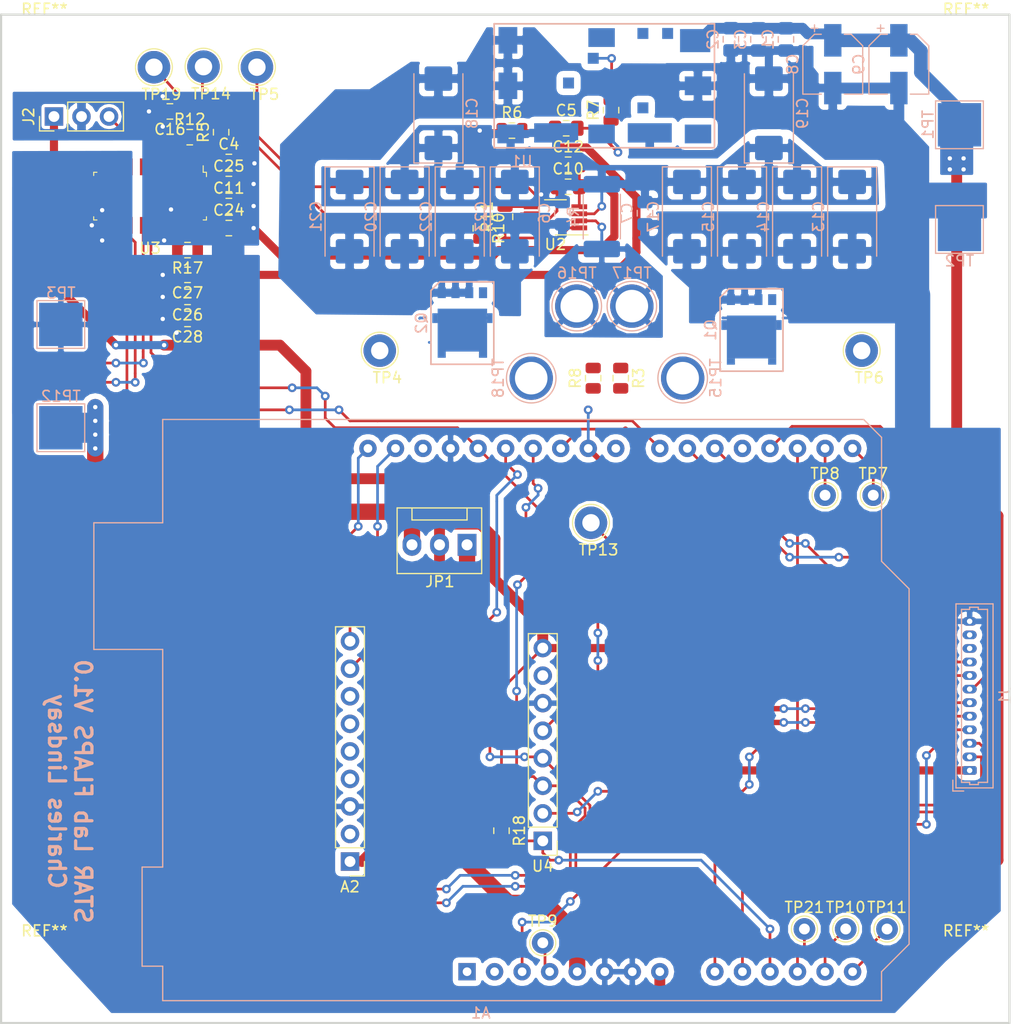
<source format=kicad_pcb>
(kicad_pcb (version 20171130) (host pcbnew "(5.0.1)-3")
  (title_block (title "SMA Driver") (date 2018-11-18) (comment 1 "Charles Lindsay"))
  (layers (0 F.Cu signal) (31 B.Cu signal) (34 B.Paste user) (35 F.Paste user) (36 B.SilkS user) (37 F.SilkS user) (38 B.Mask user) (39 F.Mask user) (44 Edge.Cuts user))
  (net 0 "")
  (net 1 /Accel_SCL)
  (net 2 /Accel_SDA)
  (net 3 "Net-(A1-Pad1)")
  (net 4 /SD_CS)
  (net 5 "Net-(A1-Pad2)")
  (net 6 /LED_STAT_B1)
  (net 7 /MCU_RES)
  (net 8 /LED_STAT_B2)
  (net 9 /3V3)
  (net 10 /LED_STAT_O1)
  (net 11 /5V_Arduino)
  (net 12 /LED_STAT_O2)
  (net 13 GND)
  (net 14 /ADC_CS)
  (net 15 /Enc_CS)
  (net 16 +12V)
  (net 17 /SMA_COM1)
  (net 18 /POT_1)
  (net 19 /SMA_COM2)
  (net 20 /POT_2)
  (net 21 /SPI_MOSI)
  (net 22 /SPI_MISO)
  (net 23 /SPI_CLK)
  (net 24 /A4)
  (net 25 /A5)
  (net 26 "Net-(A1-Pad30)")
  (net 27 /D0)
  (net 28 /D1)
  (net 29 +5V)
  (net 30 "Net-(A2-Pad2)")
  (net 31 "Net-(A2-Pad4)")
  (net 32 "Net-(A2-Pad5)")
  (net 33 "Net-(A2-Pad6)")
  (net 34 "Net-(A2-Pad7)")
  (net 35 /VDRV_SEN)
  (net 36 "Net-(C5-Pad1)")
  (net 37 /V_SHUNT)
  (net 38 /Vref)
  (net 39 /LED_STAT_P1)
  (net 40 "Net-(J1-Pad11)")
  (net 41 /Enc_Vout)
  (net 42 +5VP)
  (net 43 "Net-(R7-Pad2)")
  (net 44 "Net-(R10-Pad2)")
  (net 45 "Net-(R11-Pad2)")
  (net 46 /SD_CD)
  (net 47 "Net-(U1-Pad3)")
  (net 48 "Net-(U1-Pad16)")
  (net 49 "Net-(U1-Pad15)")
  (net 50 "Net-(U1-Pad9)")
  (net 51 "Net-(U1-Pad12)")
  (net 52 "Net-(U1-Pad11)")
  (net 53 "Net-(U1-Pad13)")
  (net 54 "Net-(U2-Pad8)")
  (net 55 "Net-(U3-Pad4)")
  (net 56 "Net-(U3-Pad5)")
  (net 57 "Net-(U3-Pad6)")
  (net 58 "Net-(U3-Pad7)")
  (net 59 "Net-(U3-Pad8)")
  (net 60 "Net-(U4-Pad7)")
  (net 61 /Vreg_TRIM)
  (net 62 /V_SMA2_-)
  (net 63 /SMA2_G)
  (net 64 /SMA1_G)
  (net 65 /V_SMA1_-)
  (net 66 /I_SEN_Amp)
  (net 67 /I_SEN+)
  (net 68 /I_SEN-)
  (net 69 /A3)
  (module custom:SO-8FL_v2 (layer B.Cu) (at 42.545 28.448)
    (fp_text reference Q2 (at -3.78 0 -90) (layer B.SilkS) (effects (justify mirror)))
    (fp_text value Q_NMOS_GDS)
    (pad 2 smd rect (at -1.905 2.9125) (size 0.75 0.575) (layers B.Cu B.Paste B.Mask) (net 65 /V_SMA1_-))
    (pad 2 smd rect (at 1.905 2.9125) (size 0.75 0.575) (layers B.Cu B.Paste B.Mask) (net 65 /V_SMA1_-))
    (pad 3 smd rect (at -1.905 -2.8) (size 0.75 1) (layers B.Cu B.Paste B.Mask) (net 13 GND))
    (pad 3 smd rect (at -0.635 -2.8) (size 0.75 1) (layers B.Cu B.Paste B.Mask) (net 13 GND))
    (pad 3 smd rect (at 0.635 -2.8) (size 0.75 1) (layers B.Cu B.Paste B.Mask) (net 13 GND))
    (pad 1 smd rect (at 1.905 -2.8) (size 0.75 1) (layers B.Cu B.Paste B.Mask) (net 64 /SMA1_G))
    (pad 2 smd rect (at 0 0.6475) (size 4.56 3.955) (layers B.Cu B.Paste B.Mask) (net 65 /V_SMA1_-))
    (pad 2 smd rect (at 2.5275 -0.4575) (size 0.495 0.905) (layers B.Cu B.Paste B.Mask) (net 65 /V_SMA1_-))
    (pad 2 smd rect (at -2.5275 -0.4575) (size 0.495 0.905) (layers B.Cu B.Paste B.Mask) (net 65 /V_SMA1_-))
  )
  (module custom:SO-8FL_v2 (layer B.Cu) (at 69.215 29.083)
    (fp_text reference Q1 (at -3.78 0 -90) (layer B.SilkS) (effects (justify mirror)))
    (fp_text value Q_NMOS_GDS)
    (pad 2 smd rect (at -1.905 2.9125) (size 0.75 0.575) (layers B.Cu B.Paste B.Mask) (net 62 /V_SMA2_-))
    (pad 2 smd rect (at 1.905 2.9125) (size 0.75 0.575) (layers B.Cu B.Paste B.Mask) (net 62 /V_SMA2_-))
    (pad 3 smd rect (at -1.905 -2.8) (size 0.75 1) (layers B.Cu B.Paste B.Mask) (net 13 GND))
    (pad 3 smd rect (at -0.635 -2.8) (size 0.75 1) (layers B.Cu B.Paste B.Mask) (net 13 GND))
    (pad 3 smd rect (at 0.635 -2.8) (size 0.75 1) (layers B.Cu B.Paste B.Mask) (net 13 GND))
    (pad 1 smd rect (at 1.905 -2.8) (size 0.75 1) (layers B.Cu B.Paste B.Mask) (net 63 /SMA2_G))
    (pad 2 smd rect (at 0 0.6475) (size 4.56 3.955) (layers B.Cu B.Paste B.Mask) (net 62 /V_SMA2_-))
    (pad 2 smd rect (at 2.5275 -0.4575) (size 0.495 0.905) (layers B.Cu B.Paste B.Mask) (net 62 /V_SMA2_-))
    (pad 2 smd rect (at -2.5275 -0.4575) (size 0.495 0.905) (layers B.Cu B.Paste B.Mask) (net 62 /V_SMA2_-))
  )
  (module MountingHole:MountingHole_3.5mm (layer F.Cu) (at 89 89)
    (fp_text reference REF** (at 0 -4.5) (layer F.SilkS))
    (fp_text value MountingHole_3.5mm)
    (pad 1 np_thru_hole circle (at 0 0) (size 3.5 3.5) (drill 3.5) (layers *.Cu *.Mask))
  )
  (module MountingHole:MountingHole_3.5mm (layer F.Cu) (at 4 89)
    (fp_text reference REF** (at 0 -4.5) (layer F.SilkS))
    (fp_text value MountingHole_3.5mm)
    (pad 1 np_thru_hole circle (at 0 0) (size 3.5 3.5) (drill 3.5) (layers *.Cu *.Mask))
  )
  (module MountingHole:MountingHole_3.5mm (layer F.Cu) (at 4 4)
    (fp_text reference REF** (at 0 -4.5) (layer F.SilkS))
    (fp_text value MountingHole_3.5mm)
    (pad 1 np_thru_hole circle (at 0 0) (size 3.5 3.5) (drill 3.5) (layers *.Cu *.Mask))
  )
  (module Module:Arduino_UNO_R3 (layer B.Cu) (at 42.9768 88.265)
    (fp_text reference A1 (at 1.27 3.81 -180) (layer B.SilkS) (effects (justify mirror)))
    (fp_text value Arduino_UNO_R3)
    (pad 32 thru_hole oval (at -9.14 -48.26 270) (size 1.6 1.6) (drill 0.8) (layers *.Cu *.Mask) (net 1 /Accel_SCL))
    (pad 31 thru_hole oval (at -6.6 -48.26 270) (size 1.6 1.6) (drill 0.8) (layers *.Cu *.Mask) (net 2 /Accel_SDA))
    (pad 1 thru_hole rect (at 0 0 270) (size 1.6 1.6) (drill 0.8) (layers *.Cu *.Mask) (net 3 "Net-(A1-Pad1)"))
    (pad 17 thru_hole oval (at 30.48 -48.26 270) (size 1.6 1.6) (drill 0.8) (layers *.Cu *.Mask) (net 4 /SD_CS))
    (pad 2 thru_hole oval (at 2.54 0 270) (size 1.6 1.6) (drill 0.8) (layers *.Cu *.Mask) (net 5 "Net-(A1-Pad2)"))
    (pad 18 thru_hole oval (at 27.94 -48.26 270) (size 1.6 1.6) (drill 0.8) (layers *.Cu *.Mask) (net 6 /LED_STAT_B1))
    (pad 3 thru_hole oval (at 5.08 0 270) (size 1.6 1.6) (drill 0.8) (layers *.Cu *.Mask) (net 7 /MCU_RES))
    (pad 19 thru_hole oval (at 25.4 -48.26 270) (size 1.6 1.6) (drill 0.8) (layers *.Cu *.Mask) (net 8 /LED_STAT_B2))
    (pad 4 thru_hole oval (at 7.62 0 270) (size 1.6 1.6) (drill 0.8) (layers *.Cu *.Mask) (net 9 /3V3))
    (pad 20 thru_hole oval (at 22.86 -48.26 270) (size 1.6 1.6) (drill 0.8) (layers *.Cu *.Mask) (net 10 /LED_STAT_O1))
    (pad 5 thru_hole oval (at 10.16 0 270) (size 1.6 1.6) (drill 0.8) (layers *.Cu *.Mask) (net 11 /5V_Arduino))
    (pad 21 thru_hole oval (at 20.32 -48.26 270) (size 1.6 1.6) (drill 0.8) (layers *.Cu *.Mask) (net 12 /LED_STAT_O2))
    (pad 6 thru_hole oval (at 12.7 0 270) (size 1.6 1.6) (drill 0.8) (layers *.Cu *.Mask) (net 13 GND))
    (pad 22 thru_hole oval (at 17.78 -48.26 270) (size 1.6 1.6) (drill 0.8) (layers *.Cu *.Mask) (net 14 /ADC_CS))
    (pad 7 thru_hole oval (at 15.24 0 270) (size 1.6 1.6) (drill 0.8) (layers *.Cu *.Mask) (net 13 GND))
    (pad 23 thru_hole oval (at 13.72 -48.26 270) (size 1.6 1.6) (drill 0.8) (layers *.Cu *.Mask) (net 15 /Enc_CS))
    (pad 8 thru_hole oval (at 17.78 0 270) (size 1.6 1.6) (drill 0.8) (layers *.Cu *.Mask) (net 16 +12V))
    (pad 24 thru_hole oval (at 11.18 -48.26 270) (size 1.6 1.6) (drill 0.8) (layers *.Cu *.Mask) (net 17 /SMA_COM1))
    (pad 9 thru_hole oval (at 22.86 0 270) (size 1.6 1.6) (drill 0.8) (layers *.Cu *.Mask) (net 18 /POT_1))
    (pad 25 thru_hole oval (at 8.64 -48.26 270) (size 1.6 1.6) (drill 0.8) (layers *.Cu *.Mask) (net 19 /SMA_COM2))
    (pad 10 thru_hole oval (at 25.4 0 270) (size 1.6 1.6) (drill 0.8) (layers *.Cu *.Mask) (net 20 /POT_2))
    (pad 26 thru_hole oval (at 6.1 -48.26 270) (size 1.6 1.6) (drill 0.8) (layers *.Cu *.Mask) (net 21 /SPI_MOSI))
    (pad 11 thru_hole oval (at 27.94 0 270) (size 1.6 1.6) (drill 0.8) (layers *.Cu *.Mask) (net 46 /SD_CD))
    (pad 27 thru_hole oval (at 3.56 -48.26 270) (size 1.6 1.6) (drill 0.8) (layers *.Cu *.Mask) (net 22 /SPI_MISO))
    (pad 12 thru_hole oval (at 30.48 0 270) (size 1.6 1.6) (drill 0.8) (layers *.Cu *.Mask) (net 69 /A3))
    (pad 28 thru_hole oval (at 1.02 -48.26 270) (size 1.6 1.6) (drill 0.8) (layers *.Cu *.Mask) (net 23 /SPI_CLK))
    (pad 13 thru_hole oval (at 33.02 0 270) (size 1.6 1.6) (drill 0.8) (layers *.Cu *.Mask) (net 24 /A4))
    (pad 29 thru_hole oval (at -1.52 -48.26 270) (size 1.6 1.6) (drill 0.8) (layers *.Cu *.Mask) (net 13 GND))
    (pad 14 thru_hole oval (at 35.56 0 270) (size 1.6 1.6) (drill 0.8) (layers *.Cu *.Mask) (net 25 /A5))
    (pad 30 thru_hole oval (at -4.06 -48.26 270) (size 1.6 1.6) (drill 0.8) (layers *.Cu *.Mask) (net 26 "Net-(A1-Pad30)"))
    (pad 15 thru_hole oval (at 35.56 -48.26 270) (size 1.6 1.6) (drill 0.8) (layers *.Cu *.Mask) (net 27 /D0))
    (pad 16 thru_hole oval (at 33.02 -48.26 270) (size 1.6 1.6) (drill 0.8) (layers *.Cu *.Mask) (net 28 /D1))
  )
  (module TestPoint:TestPoint_Pad_4.0x4.0mm (layer B.Cu) (at 88.392 10.16 270)
    (fp_text reference TP1 (at 0 2.898 270) (layer B.SilkS) (effects (justify mirror)))
    (fp_text value 12V_EXT)
    (pad 1 smd rect (at 0 0 270) (size 4 4) (layers B.Cu B.Mask) (net 16 +12V))
  )
  (module TestPoint:TestPoint_THTPad_D2.0mm_Drill1.0mm (layer F.Cu) (at 74.0918 84.328)
    (fp_text reference TP21 (at 0 -1.998) (layer F.SilkS))
    (fp_text value TestPoint)
    (pad 1 thru_hole circle (at 0 0) (size 2 2) (drill 1) (layers *.Cu *.Mask) (net 69 /A3))
  )
  (module Connector_PinHeader_2.54mm:PinHeader_1x03_P2.54mm_Vertical (layer F.Cu) (at 4.8768 9.398 90)
    (fp_text reference J2 (at 0 -2.33 90) (layer F.SilkS))
    (fp_text value RM08V_Conn)
    (pad 3 thru_hole oval (at 0 5.08 90) (size 1.7 1.7) (drill 1) (layers *.Cu *.Mask) (net 41 /Enc_Vout))
    (pad 2 thru_hole oval (at 0 2.54 90) (size 1.7 1.7) (drill 1) (layers *.Cu *.Mask) (net 13 GND))
    (pad 1 thru_hole rect (at 0 0 90) (size 1.7 1.7) (drill 1) (layers *.Cu *.Mask) (net 29 +5V))
  )
  (module Capacitor_SMD:C_0805_2012Metric_Pad1.15x1.40mm_HandSolder (layer F.Cu) (at 21.0058 17.653)
    (fp_text reference C11 (at 0 -1.65) (layer F.SilkS))
    (fp_text value 10n)
    (pad 2 smd roundrect (at 1.025 0) (size 1.15 1.4) (layers F.Cu F.Paste F.Mask) (roundrect_rratio 0.217391) (net 13 GND))
    (pad 1 smd roundrect (at -1.025 0) (size 1.15 1.4) (layers F.Cu F.Paste F.Mask) (roundrect_rratio 0.217391) (net 38 /Vref))
  )
  (module Capacitor_SMD:C_0805_2012Metric_Pad1.15x1.40mm_HandSolder (layer F.Cu) (at 17.1958 28.067 180)
    (fp_text reference C28 (at 0 -1.65 180) (layer F.SilkS))
    (fp_text value 10n)
    (pad 1 smd roundrect (at -1.025 0 180) (size 1.15 1.4) (layers F.Cu F.Paste F.Mask) (roundrect_rratio 0.217391) (net 29 +5V))
    (pad 2 smd roundrect (at 1.025 0 180) (size 1.15 1.4) (layers F.Cu F.Paste F.Mask) (roundrect_rratio 0.217391) (net 13 GND))
  )
  (module custom:UDT020A0X3-SRZ (layer B.Cu) (at 45.476171 0.847008)
    (fp_text reference U1 (at 2.54 12.7) (layer B.SilkS) (effects (justify mirror)))
    (fp_text value UDT020A0X3-SRZ)
    (pad 1 smd rect (at 1.27 1.52) (size 1.73 2.44) (layers B.Cu B.Paste B.Mask) (net 13 GND))
    (pad 8 smd rect (at 1.27 5.72) (size 1.73 2.44) (layers B.Cu B.Paste B.Mask) (net 13 GND))
    (pad 7 smd rect (at 1.52 10.16) (size 2.44 1.73) (layers B.Cu B.Paste B.Mask) (net 67 /I_SEN+))
    (pad 6 smd rect (at 5.72 10.06) (size 4.06 1.78) (layers B.Cu B.Paste B.Mask) (net 67 /I_SEN+))
    (pad 5 smd rect (at 9.91 10.16) (size 2.44 1.73) (layers B.Cu B.Paste B.Mask) (net 61 /Vreg_TRIM))
    (pad 4 smd rect (at 14.35 10.06) (size 4.06 1.78) (layers B.Cu B.Paste B.Mask) (net 13 GND))
    (pad 2 smd rect (at 18.54 1.55) (size 2.79 2.13) (layers B.Cu B.Paste B.Mask) (net 16 +12V))
    (pad 14 smd rect (at 9.14 3.18) (size 1.01 1.01) (layers B.Cu B.Paste B.Mask) (net 43 "Net-(R7-Pad2)"))
    (pad 3 smd rect (at 18.8 10.16) (size 2.44 1.73) (layers B.Cu B.Paste B.Mask) (net 47 "Net-(U1-Pad3)"))
    (pad 10 smd rect (at 18.8 5.72) (size 2.44 1.73) (layers B.Cu B.Paste B.Mask) (net 13 GND))
    (pad 16 smd rect (at 16 0.89) (size 1.01 1.01) (layers B.Cu B.Paste B.Mask) (net 48 "Net-(U1-Pad16)"))
    (pad 15 smd rect (at 13.72 0.89) (size 1.01 1.01) (layers B.Cu B.Paste B.Mask) (net 49 "Net-(U1-Pad15)"))
    (pad 9 smd rect (at 9.91 1.27) (size 2.44 1.73) (layers B.Cu B.Paste B.Mask) (net 50 "Net-(U1-Pad9)"))
    (pad 12 smd rect (at 9.14 7.75) (size 1.01 1.01) (layers B.Cu B.Paste B.Mask) (net 51 "Net-(U1-Pad12)"))
    (pad 11 smd rect (at 13.72 7.75) (size 1.01 1.01) (layers B.Cu B.Paste B.Mask) (net 52 "Net-(U1-Pad11)"))
    (pad 13 smd rect (at 6.86 5.46) (size 1.01 1.01) (layers B.Cu B.Paste B.Mask) (net 53 "Net-(U1-Pad13)"))
  )
  (module Capacitor_SMD:C_0805_2012Metric_Pad1.15x1.40mm_HandSolder (layer B.Cu) (at 72.39 2.286 270)
    (fp_text reference C1 (at 0 1.65 270) (layer B.SilkS) (effects (justify mirror)))
    (fp_text value 22uF)
    (pad 1 smd roundrect (at -1.025 0 270) (size 1.15 1.4) (layers B.Cu B.Paste B.Mask) (roundrect_rratio 0.217391) (net 16 +12V))
    (pad 2 smd roundrect (at 1.025 0 270) (size 1.15 1.4) (layers B.Cu B.Paste B.Mask) (roundrect_rratio 0.217391) (net 13 GND))
  )
  (module Capacitor_SMD:C_0805_2012Metric_Pad1.15x1.40mm_HandSolder (layer B.Cu) (at 67.31 2.277 270)
    (fp_text reference C2 (at 0 1.65 270) (layer B.SilkS) (effects (justify mirror)))
    (fp_text value 22uF)
    (pad 2 smd roundrect (at 1.025 0 270) (size 1.15 1.4) (layers B.Cu B.Paste B.Mask) (roundrect_rratio 0.217391) (net 13 GND))
    (pad 1 smd roundrect (at -1.025 0 270) (size 1.15 1.4) (layers B.Cu B.Paste B.Mask) (roundrect_rratio 0.217391) (net 16 +12V))
  )
  (module Capacitor_SMD:C_0805_2012Metric_Pad1.15x1.40mm_HandSolder (layer B.Cu) (at 69.85 2.286 270)
    (fp_text reference C3 (at 0 1.65 270) (layer B.SilkS) (effects (justify mirror)))
    (fp_text value 22uF)
    (pad 1 smd roundrect (at -1.025 0 270) (size 1.15 1.4) (layers B.Cu B.Paste B.Mask) (roundrect_rratio 0.217391) (net 16 +12V))
    (pad 2 smd roundrect (at 1.025 0 270) (size 1.15 1.4) (layers B.Cu B.Paste B.Mask) (roundrect_rratio 0.217391) (net 13 GND))
  )
  (module Capacitor_SMD:C_0805_2012Metric_Pad1.15x1.40mm_HandSolder (layer F.Cu) (at 21.0058 13.589)
    (fp_text reference C4 (at 0 -1.65) (layer F.SilkS))
    (fp_text value 1uF)
    (pad 1 smd roundrect (at -1.025 0) (size 1.15 1.4) (layers F.Cu F.Paste F.Mask) (roundrect_rratio 0.217391) (net 35 /VDRV_SEN))
    (pad 2 smd roundrect (at 1.025 0) (size 1.15 1.4) (layers F.Cu F.Paste F.Mask) (roundrect_rratio 0.217391) (net 13 GND))
  )
  (module Capacitor_SMD:C_0805_2012Metric_Pad1.15x1.40mm_HandSolder (layer F.Cu) (at 52.1208 10.4775)
    (fp_text reference C5 (at 0 -1.65) (layer F.SilkS))
    (fp_text value C)
    (pad 2 smd roundrect (at 1.025 0) (size 1.15 1.4) (layers F.Cu F.Paste F.Mask) (roundrect_rratio 0.217391) (net 61 /Vreg_TRIM))
    (pad 1 smd roundrect (at -1.025 0) (size 1.15 1.4) (layers F.Cu F.Paste F.Mask) (roundrect_rratio 0.217391) (net 36 "Net-(C5-Pad1)"))
  )
  (module Capacitor_SMD:C_0805_2012Metric_Pad1.15x1.40mm_HandSolder (layer B.Cu) (at 51.7652 18.3134 270)
    (fp_text reference C6 (at 0 1.65 270) (layer B.SilkS) (effects (justify mirror)))
    (fp_text value 47uF)
    (pad 1 smd roundrect (at -1.025 0 270) (size 1.15 1.4) (layers B.Cu B.Paste B.Mask) (roundrect_rratio 0.217391) (net 67 /I_SEN+))
    (pad 2 smd roundrect (at 1.025 0 270) (size 1.15 1.4) (layers B.Cu B.Paste B.Mask) (roundrect_rratio 0.217391) (net 13 GND))
  )
  (module Capacitor_SMD:C_0805_2012Metric_Pad1.15x1.40mm_HandSolder (layer B.Cu) (at 59.3852 18.3134 270)
    (fp_text reference C7 (at 0 1.65 270) (layer B.SilkS) (effects (justify mirror)))
    (fp_text value 47uF)
    (pad 2 smd roundrect (at 1.025 0 270) (size 1.15 1.4) (layers B.Cu B.Paste B.Mask) (roundrect_rratio 0.217391) (net 13 GND))
    (pad 1 smd roundrect (at -1.025 0 270) (size 1.15 1.4) (layers B.Cu B.Paste B.Mask) (roundrect_rratio 0.217391) (net 67 /I_SEN+))
  )
  (module Capacitor_SMD:CP_Elec_5x5.3 (layer B.Cu) (at 76.708 4.572 270)
    (fp_text reference C8 (at 0 3.7 270) (layer B.SilkS) (effects (justify mirror)))
    (fp_text value 10uF)
    (pad 2 smd rect (at 2.2 0 270) (size 3 1.6) (layers B.Cu B.Paste B.Mask) (net 13 GND))
    (pad 1 smd rect (at -2.2 0 270) (size 3 1.6) (layers B.Cu B.Paste B.Mask) (net 16 +12V))
  )
  (module Capacitor_SMD:CP_Elec_5x5.3 (layer B.Cu) (at 82.804 4.572 270)
    (fp_text reference C9 (at 0 3.7 270) (layer B.SilkS) (effects (justify mirror)))
    (fp_text value 10uF)
    (pad 1 smd rect (at -2.2 0 270) (size 3 1.6) (layers B.Cu B.Paste B.Mask) (net 16 +12V))
    (pad 2 smd rect (at 2.2 0 270) (size 3 1.6) (layers B.Cu B.Paste B.Mask) (net 13 GND))
  )
  (module Capacitor_SMD:C_0805_2012Metric_Pad1.15x1.40mm_HandSolder (layer F.Cu) (at 52.2986 15.875)
    (fp_text reference C10 (at 0 -1.65) (layer F.SilkS))
    (fp_text value 100n)
    (pad 1 smd roundrect (at -1.025 0) (size 1.15 1.4) (layers F.Cu F.Paste F.Mask) (roundrect_rratio 0.217391) (net 29 +5V))
    (pad 2 smd roundrect (at 1.025 0) (size 1.15 1.4) (layers F.Cu F.Paste F.Mask) (roundrect_rratio 0.217391) (net 13 GND))
  )
  (module Capacitor_SMD:C_0805_2012Metric_Pad1.15x1.40mm_HandSolder (layer F.Cu) (at 52.2986 13.843)
    (fp_text reference C12 (at 0 -1.65) (layer F.SilkS))
    (fp_text value 4.7u)
    (pad 2 smd roundrect (at 1.025 0) (size 1.15 1.4) (layers F.Cu F.Paste F.Mask) (roundrect_rratio 0.217391) (net 13 GND))
    (pad 1 smd roundrect (at -1.025 0) (size 1.15 1.4) (layers F.Cu F.Paste F.Mask) (roundrect_rratio 0.217391) (net 29 +5V))
  )
  (module Capacitor_Tantalum_SMD:CP_EIA-7343-43_Kemet-X_Pad2.25x2.55mm_HandSolder (layer B.Cu) (at 78.496171 18.627008 270)
    (fp_text reference C13 (at 0 3.1 270) (layer B.SilkS) (effects (justify mirror)))
    (fp_text value 330u)
    (pad 1 smd roundrect (at -3.2 0 270) (size 2.25 2.55) (layers B.Cu B.Paste B.Mask) (roundrect_rratio 0.111111) (net 67 /I_SEN+))
    (pad 2 smd roundrect (at 3.2 0 270) (size 2.25 2.55) (layers B.Cu B.Paste B.Mask) (roundrect_rratio 0.111111) (net 13 GND))
  )
  (module Capacitor_Tantalum_SMD:CP_EIA-7343-43_Kemet-X_Pad2.25x2.55mm_HandSolder (layer B.Cu) (at 73.416171 18.627008 270)
    (fp_text reference C14 (at 0 3.1 270) (layer B.SilkS) (effects (justify mirror)))
    (fp_text value 330u)
    (pad 1 smd roundrect (at -3.2 0 270) (size 2.25 2.55) (layers B.Cu B.Paste B.Mask) (roundrect_rratio 0.111111) (net 67 /I_SEN+))
    (pad 2 smd roundrect (at 3.2 0 270) (size 2.25 2.55) (layers B.Cu B.Paste B.Mask) (roundrect_rratio 0.111111) (net 13 GND))
  )
  (module Capacitor_Tantalum_SMD:CP_EIA-7343-43_Kemet-X_Pad2.25x2.55mm_HandSolder (layer B.Cu) (at 68.336171 18.627008 270)
    (fp_text reference C15 (at 0 3.1 270) (layer B.SilkS) (effects (justify mirror)))
    (fp_text value 330u)
    (pad 1 smd roundrect (at -3.2 0 270) (size 2.25 2.55) (layers B.Cu B.Paste B.Mask) (roundrect_rratio 0.111111) (net 67 /I_SEN+))
    (pad 2 smd roundrect (at 3.2 0 270) (size 2.25 2.55) (layers B.Cu B.Paste B.Mask) (roundrect_rratio 0.111111) (net 13 GND))
  )
  (module Capacitor_SMD:C_0805_2012Metric_Pad1.15x1.40mm_HandSolder (layer F.Cu) (at 15.5702 8.9281 180)
    (fp_text reference C16 (at 0 -1.65 180) (layer F.SilkS))
    (fp_text value 1uF)
    (pad 2 smd roundrect (at 1.025 0 180) (size 1.15 1.4) (layers F.Cu F.Paste F.Mask) (roundrect_rratio 0.217391) (net 13 GND))
    (pad 1 smd roundrect (at -1.025 0 180) (size 1.15 1.4) (layers F.Cu F.Paste F.Mask) (roundrect_rratio 0.217391) (net 37 /V_SHUNT))
  )
  (module Capacitor_Tantalum_SMD:CP_EIA-7343-43_Kemet-X_Pad2.25x2.55mm_HandSolder (layer B.Cu) (at 63.256171 18.627008 270)
    (fp_text reference C17 (at 0 3.1 270) (layer B.SilkS) (effects (justify mirror)))
    (fp_text value 330u)
    (pad 2 smd roundrect (at 3.2 0 270) (size 2.25 2.55) (layers B.Cu B.Paste B.Mask) (roundrect_rratio 0.111111) (net 13 GND))
    (pad 1 smd roundrect (at -3.2 0 270) (size 2.25 2.55) (layers B.Cu B.Paste B.Mask) (roundrect_rratio 0.111111) (net 67 /I_SEN+))
  )
  (module Capacitor_Tantalum_SMD:CP_EIA-7343-43_Kemet-X_Pad2.25x2.55mm_HandSolder (layer B.Cu) (at 40.3352 9.102008 90)
    (fp_text reference C18 (at 0 3.1 90) (layer B.SilkS) (effects (justify mirror)))
    (fp_text value 330u)
    (pad 2 smd roundrect (at 3.2 0 90) (size 2.25 2.55) (layers B.Cu B.Paste B.Mask) (roundrect_rratio 0.111111) (net 13 GND))
    (pad 1 smd roundrect (at -3.2 0 90) (size 2.25 2.55) (layers B.Cu B.Paste B.Mask) (roundrect_rratio 0.111111) (net 67 /I_SEN+))
  )
  (module Capacitor_Tantalum_SMD:CP_EIA-7343-43_Kemet-X_Pad2.25x2.55mm_HandSolder (layer B.Cu) (at 70.8152 9.102008 90)
    (fp_text reference C19 (at 0 3.1 90) (layer B.SilkS) (effects (justify mirror)))
    (fp_text value 330u)
    (pad 1 smd roundrect (at -3.2 0 90) (size 2.25 2.55) (layers B.Cu B.Paste B.Mask) (roundrect_rratio 0.111111) (net 67 /I_SEN+))
    (pad 2 smd roundrect (at 3.2 0 90) (size 2.25 2.55) (layers B.Cu B.Paste B.Mask) (roundrect_rratio 0.111111) (net 13 GND))
  )
  (module Capacitor_Tantalum_SMD:CP_EIA-7343-43_Kemet-X_Pad2.25x2.55mm_HandSolder (layer B.Cu) (at 37.221171 18.627008 270)
    (fp_text reference C20 (at 0 3.1 270) (layer B.SilkS) (effects (justify mirror)))
    (fp_text value 330u)
    (pad 2 smd roundrect (at 3.2 0 270) (size 2.25 2.55) (layers B.Cu B.Paste B.Mask) (roundrect_rratio 0.111111) (net 13 GND))
    (pad 1 smd roundrect (at -3.2 0 270) (size 2.25 2.55) (layers B.Cu B.Paste B.Mask) (roundrect_rratio 0.111111) (net 67 /I_SEN+))
  )
  (module Capacitor_Tantalum_SMD:CP_EIA-7343-43_Kemet-X_Pad2.25x2.55mm_HandSolder (layer B.Cu) (at 32.141171 18.627008 270)
    (fp_text reference C21 (at 0 3.1 270) (layer B.SilkS) (effects (justify mirror)))
    (fp_text value 330u)
    (pad 1 smd roundrect (at -3.2 0 270) (size 2.25 2.55) (layers B.Cu B.Paste B.Mask) (roundrect_rratio 0.111111) (net 67 /I_SEN+))
    (pad 2 smd roundrect (at 3.2 0 270) (size 2.25 2.55) (layers B.Cu B.Paste B.Mask) (roundrect_rratio 0.111111) (net 13 GND))
  )
  (module Capacitor_Tantalum_SMD:CP_EIA-7343-43_Kemet-X_Pad2.25x2.55mm_HandSolder (layer B.Cu) (at 42.301171 18.627008 270)
    (fp_text reference C22 (at 0 3.1 270) (layer B.SilkS) (effects (justify mirror)))
    (fp_text value 330u)
    (pad 1 smd roundrect (at -3.2 0 270) (size 2.25 2.55) (layers B.Cu B.Paste B.Mask) (roundrect_rratio 0.111111) (net 67 /I_SEN+))
    (pad 2 smd roundrect (at 3.2 0 270) (size 2.25 2.55) (layers B.Cu B.Paste B.Mask) (roundrect_rratio 0.111111) (net 13 GND))
  )
  (module Capacitor_Tantalum_SMD:CP_EIA-7343-43_Kemet-X_Pad2.25x2.55mm_HandSolder (layer B.Cu) (at 47.381171 18.627008 270)
    (fp_text reference C23 (at 0 3.1 270) (layer B.SilkS) (effects (justify mirror)))
    (fp_text value 330u)
    (pad 2 smd roundrect (at 3.2 0 270) (size 2.25 2.55) (layers B.Cu B.Paste B.Mask) (roundrect_rratio 0.111111) (net 13 GND))
    (pad 1 smd roundrect (at -3.2 0 270) (size 2.25 2.55) (layers B.Cu B.Paste B.Mask) (roundrect_rratio 0.111111) (net 67 /I_SEN+))
  )
  (module Capacitor_SMD:C_0805_2012Metric_Pad1.15x1.40mm_HandSolder (layer F.Cu) (at 21.0058 19.685)
    (fp_text reference C24 (at 0 -1.65) (layer F.SilkS))
    (fp_text value 100n)
    (pad 1 smd roundrect (at -1.025 0) (size 1.15 1.4) (layers F.Cu F.Paste F.Mask) (roundrect_rratio 0.217391) (net 38 /Vref))
    (pad 2 smd roundrect (at 1.025 0) (size 1.15 1.4) (layers F.Cu F.Paste F.Mask) (roundrect_rratio 0.217391) (net 13 GND))
  )
  (module Capacitor_SMD:C_0805_2012Metric_Pad1.15x1.40mm_HandSolder (layer F.Cu) (at 21.0058 15.621)
    (fp_text reference C25 (at 0 -1.65) (layer F.SilkS))
    (fp_text value 4.7u)
    (pad 2 smd roundrect (at 1.025 0) (size 1.15 1.4) (layers F.Cu F.Paste F.Mask) (roundrect_rratio 0.217391) (net 13 GND))
    (pad 1 smd roundrect (at -1.025 0) (size 1.15 1.4) (layers F.Cu F.Paste F.Mask) (roundrect_rratio 0.217391) (net 38 /Vref))
  )
  (module Capacitor_SMD:C_0805_2012Metric_Pad1.15x1.40mm_HandSolder (layer F.Cu) (at 17.1958 26.035 180)
    (fp_text reference C26 (at 0 -1.65 180) (layer F.SilkS))
    (fp_text value 4.7u)
    (pad 2 smd roundrect (at 1.025 0 180) (size 1.15 1.4) (layers F.Cu F.Paste F.Mask) (roundrect_rratio 0.217391) (net 13 GND))
    (pad 1 smd roundrect (at -1.025 0 180) (size 1.15 1.4) (layers F.Cu F.Paste F.Mask) (roundrect_rratio 0.217391) (net 29 +5V))
  )
  (module Capacitor_SMD:C_0805_2012Metric_Pad1.15x1.40mm_HandSolder (layer F.Cu) (at 17.1958 24.003 180)
    (fp_text reference C27 (at 0 -1.65 180) (layer F.SilkS))
    (fp_text value 100n)
    (pad 1 smd roundrect (at -1.025 0 180) (size 1.15 1.4) (layers F.Cu F.Paste F.Mask) (roundrect_rratio 0.217391) (net 29 +5V))
    (pad 2 smd roundrect (at 1.025 0 180) (size 1.15 1.4) (layers F.Cu F.Paste F.Mask) (roundrect_rratio 0.217391) (net 13 GND))
  )
  (module Connector_Molex:Molex_PicoBlade_53047-2410_1x12_P1.25mm_Vertical (layer B.Cu) (at 89.3318 69.703 90)
    (fp_text reference J1 (at 6.88 3.25 90) (layer B.SilkS) (effects (justify mirror)))
    (fp_text value Human_Interface_Tether)
    (pad 1 thru_hole roundrect (at 0 0 90) (size 0.8 1.3) (drill 0.5) (layers *.Cu *.Mask) (net 29 +5V))
    (pad 2 thru_hole oval (at 1.25 0 90) (size 0.8 1.3) (drill 0.5) (layers *.Cu *.Mask) (net 7 /MCU_RES))
    (pad 3 thru_hole oval (at 2.5 0 90) (size 0.8 1.3) (drill 0.5) (layers *.Cu *.Mask) (net 18 /POT_1))
    (pad 4 thru_hole oval (at 3.75 0 90) (size 0.8 1.3) (drill 0.5) (layers *.Cu *.Mask) (net 20 /POT_2))
    (pad 5 thru_hole oval (at 5 0 90) (size 0.8 1.3) (drill 0.5) (layers *.Cu *.Mask) (net 17 /SMA_COM1))
    (pad 6 thru_hole oval (at 6.25 0 90) (size 0.8 1.3) (drill 0.5) (layers *.Cu *.Mask) (net 19 /SMA_COM2))
    (pad 7 thru_hole oval (at 7.5 0 90) (size 0.8 1.3) (drill 0.5) (layers *.Cu *.Mask) (net 6 /LED_STAT_B1))
    (pad 8 thru_hole oval (at 8.75 0 90) (size 0.8 1.3) (drill 0.5) (layers *.Cu *.Mask) (net 10 /LED_STAT_O1))
    (pad 9 thru_hole oval (at 10 0 90) (size 0.8 1.3) (drill 0.5) (layers *.Cu *.Mask) (net 12 /LED_STAT_O2))
    (pad 10 thru_hole oval (at 11.25 0 90) (size 0.8 1.3) (drill 0.5) (layers *.Cu *.Mask) (net 39 /LED_STAT_P1))
    (pad 11 thru_hole oval (at 12.5 0 90) (size 0.8 1.3) (drill 0.5) (layers *.Cu *.Mask) (net 40 "Net-(J1-Pad11)"))
    (pad 12 thru_hole oval (at 13.75 0 90) (size 0.8 1.3) (drill 0.5) (layers *.Cu *.Mask) (net 13 GND))
  )
  (module Connector:FanPinHeader_1x03_P2.54mm_Vertical (layer F.Cu) (at 42.9768 48.895 180)
    (fp_text reference JP1 (at 2.5 -3.4 180) (layer F.SilkS))
    (fp_text value Jumper_NC_Dual)
    (pad 1 thru_hole rect (at 0 0 270) (size 2.03 1.73) (drill 1.02) (layers *.Cu *.Mask) (net 11 /5V_Arduino))
    (pad 2 thru_hole oval (at 2.54 0 270) (size 2.03 1.73) (drill 1.02) (layers *.Cu *.Mask) (net 29 +5V))
    (pad 3 thru_hole oval (at 5.08 0 270) (size 2.03 1.73) (drill 1.02) (layers *.Cu *.Mask) (net 42 +5VP))
  )
  (module Resistor_SMD:R_0805_2012Metric (layer F.Cu) (at 57.15 33.528 270)
    (fp_text reference R3 (at 0 -1.65 270) (layer F.SilkS))
    (fp_text value 125)
    (pad 2 smd roundrect (at 0.9375 0 270) (size 0.975 1.4) (layers F.Cu F.Paste F.Mask) (net 19 /SMA_COM2))
    (pad 1 smd roundrect (at -0.9375 0 270) (size 0.975 1.4) (layers F.Cu F.Paste F.Mask) (net 63 /SMA2_G))
  )
  (module Resistor_SMD:R_2512_6332Metric_Pad1.52x3.35mm_HandSolder (layer B.Cu) (at 55.403991 18.627008 270)
    (fp_text reference R4 (at 0 2.62 270) (layer B.SilkS) (effects (justify mirror)))
    (fp_text value 500u)
    (pad 1 smd roundrect (at -2.9875 0 270) (size 1.525 3.35) (layers B.Cu B.Paste B.Mask) (roundrect_rratio 0.163934) (net 67 /I_SEN+))
    (pad 2 smd roundrect (at 2.9875 0 270) (size 1.525 3.35) (layers B.Cu B.Paste B.Mask) (roundrect_rratio 0.163934) (net 68 /I_SEN-))
  )
  (module Resistor_SMD:R_0805_2012Metric (layer F.Cu) (at 20.2946 10.8458 90)
    (fp_text reference R5 (at 0 -1.65 90) (layer F.SilkS))
    (fp_text value 15.9k)
    (pad 2 smd roundrect (at 0.9375 0 90) (size 0.975 1.4) (layers F.Cu F.Paste F.Mask) (net 67 /I_SEN+))
    (pad 1 smd roundrect (at -0.9375 0 90) (size 0.975 1.4) (layers F.Cu F.Paste F.Mask) (net 35 /VDRV_SEN))
  )
  (module Resistor_SMD:R_0805_2012Metric (layer F.Cu) (at 47.117 10.6934)
    (fp_text reference R6 (at 0 -1.65) (layer F.SilkS))
    (fp_text value 180)
    (pad 2 smd roundrect (at 0.9375 0) (size 0.975 1.4) (layers F.Cu F.Paste F.Mask) (net 36 "Net-(C5-Pad1)"))
    (pad 1 smd roundrect (at -0.9375 0) (size 0.975 1.4) (layers F.Cu F.Paste F.Mask) (net 67 /I_SEN+))
  )
  (module Resistor_SMD:R_0805_2012Metric (layer F.Cu) (at 56.261 8.8138 90)
    (fp_text reference R7 (at 0 -1.65 90) (layer F.SilkS))
    (fp_text value C)
    (pad 2 smd roundrect (at 0.9375 0 90) (size 0.975 1.4) (layers F.Cu F.Paste F.Mask) (net 43 "Net-(R7-Pad2)"))
    (pad 1 smd roundrect (at -0.9375 0 90) (size 0.975 1.4) (layers F.Cu F.Paste F.Mask) (net 61 /Vreg_TRIM))
  )
  (module Resistor_SMD:R_0805_2012Metric (layer F.Cu) (at 54.61 33.528 90)
    (fp_text reference R8 (at 0 -1.65 90) (layer F.SilkS))
    (fp_text value 125)
    (pad 1 smd roundrect (at -0.9375 0 90) (size 0.975 1.4) (layers F.Cu F.Paste F.Mask) (net 17 /SMA_COM1))
    (pad 2 smd roundrect (at 0.9375 0 90) (size 0.975 1.4) (layers F.Cu F.Paste F.Mask) (net 64 /SMA1_G))
  )
  (module Resistor_SMD:R_0805_2012Metric (layer F.Cu) (at 44.2468 19.7104 270)
    (fp_text reference R10 (at 0 -1.65 270) (layer F.SilkS))
    (fp_text value R)
    (pad 1 smd roundrect (at -0.9375 0 270) (size 0.975 1.4) (layers F.Cu F.Paste F.Mask) (net 66 /I_SEN_Amp))
    (pad 2 smd roundrect (at 0.9375 0 270) (size 0.975 1.4) (layers F.Cu F.Paste F.Mask) (net 44 "Net-(R10-Pad2)"))
  )
  (module Resistor_SMD:R_0805_2012Metric (layer F.Cu) (at 46.482 18.6436 90)
    (fp_text reference R11 (at 0 -1.65 90) (layer F.SilkS))
    (fp_text value 1k)
    (pad 1 smd roundrect (at -0.9375 0 90) (size 0.975 1.4) (layers F.Cu F.Paste F.Mask) (net 44 "Net-(R10-Pad2)"))
    (pad 2 smd roundrect (at 0.9375 0 90) (size 0.975 1.4) (layers F.Cu F.Paste F.Mask) (net 45 "Net-(R11-Pad2)"))
  )
  (module Resistor_SMD:R_0805_2012Metric (layer F.Cu) (at 17.399 11.303)
    (fp_text reference R12 (at 0 -1.65) (layer F.SilkS))
    (fp_text value 15.9k)
    (pad 2 smd roundrect (at 0.9375 0) (size 0.975 1.4) (layers F.Cu F.Paste F.Mask) (net 66 /I_SEN_Amp))
    (pad 1 smd roundrect (at -0.9375 0) (size 0.975 1.4) (layers F.Cu F.Paste F.Mask) (net 37 /V_SHUNT))
  )
  (module Resistor_SMD:R_0805_2012Metric (layer F.Cu) (at 17.1958 21.717 180)
    (fp_text reference R17 (at 0 -1.65 180) (layer F.SilkS))
    (fp_text value 0)
    (pad 1 smd roundrect (at -0.9375 0 180) (size 0.975 1.4) (layers F.Cu F.Paste F.Mask) (net 29 +5V))
    (pad 2 smd roundrect (at 0.9375 0 180) (size 0.975 1.4) (layers F.Cu F.Paste F.Mask) (net 38 /Vref))
  )
  (module Resistor_SMD:R_0805_2012Metric (layer F.Cu) (at 46.1518 75.2625 270)
    (fp_text reference R18 (at 0 -1.65 270) (layer F.SilkS))
    (fp_text value 10k)
    (pad 1 smd roundrect (at -0.9375 0 270) (size 0.975 1.4) (layers F.Cu F.Paste F.Mask) (net 29 +5V))
    (pad 2 smd roundrect (at 0.9375 0 270) (size 0.975 1.4) (layers F.Cu F.Paste F.Mask) (net 46 /SD_CD))
  )
  (module TestPoint:TestPoint_Pad_4.0x4.0mm (layer B.Cu) (at 88.392 19.812)
    (fp_text reference TP2 (at 0 2.898) (layer B.SilkS) (effects (justify mirror)))
    (fp_text value GND_EXT)
    (pad 1 smd rect (at 0 0) (size 4 4) (layers B.Cu B.Mask) (net 13 GND))
  )
  (module TestPoint:TestPoint_Pad_4.0x4.0mm (layer B.Cu) (at 5.5118 28.575 180)
    (fp_text reference TP3 (at 0 2.898 180) (layer B.SilkS) (effects (justify mirror)))
    (fp_text value GND_EXT)
    (pad 1 smd rect (at 0 0 180) (size 4 4) (layers B.Cu B.Mask) (net 13 GND))
  )
  (module TestPoint:TestPoint_Loop_D2.60mm_Drill1.6mm_Beaded (layer F.Cu) (at 34.925 30.988)
    (fp_text reference TP4 (at 0.7 2.5) (layer F.SilkS))
    (fp_text value Gate_1)
    (pad 1 thru_hole circle (at 0 0) (size 3 3) (drill 1.6) (layers *.Cu *.Mask) (net 64 /SMA1_G))
  )
  (module TestPoint:TestPoint_Loop_D2.60mm_Drill1.6mm_Beaded (layer F.Cu) (at 23.5966 4.8514)
    (fp_text reference TP5 (at 0.7 2.5) (layer F.SilkS))
    (fp_text value VDRV)
    (pad 1 thru_hole circle (at 0 0) (size 3 3) (drill 1.6) (layers *.Cu *.Mask) (net 67 /I_SEN+))
  )
  (module TestPoint:TestPoint_Loop_D2.60mm_Drill1.6mm_Beaded (layer F.Cu) (at 79.375 30.988)
    (fp_text reference TP6 (at 0.7 2.5) (layer F.SilkS))
    (fp_text value Gate_2)
    (pad 1 thru_hole circle (at 0 0) (size 3 3) (drill 1.6) (layers *.Cu *.Mask) (net 63 /SMA2_G))
  )
  (module TestPoint:TestPoint_THTPad_D2.0mm_Drill1.0mm (layer F.Cu) (at 80.4418 44.323)
    (fp_text reference TP7 (at 0 -1.998) (layer F.SilkS))
    (fp_text value TestPoint)
    (pad 1 thru_hole circle (at 0 0) (size 2 2) (drill 1) (layers *.Cu *.Mask) (net 27 /D0))
  )
  (module TestPoint:TestPoint_THTPad_D2.0mm_Drill1.0mm (layer F.Cu) (at 75.9968 44.323)
    (fp_text reference TP8 (at 0 -1.998) (layer F.SilkS))
    (fp_text value TestPoint)
    (pad 1 thru_hole circle (at 0 0) (size 2 2) (drill 1) (layers *.Cu *.Mask) (net 28 /D1))
  )
  (module TestPoint:TestPoint_THTPad_D2.0mm_Drill1.0mm (layer F.Cu) (at 49.9618 85.598)
    (fp_text reference TP9 (at 0 -1.998) (layer F.SilkS))
    (fp_text value 3V3)
    (pad 1 thru_hole circle (at 0 0) (size 2 2) (drill 1) (layers *.Cu *.Mask) (net 9 /3V3))
  )
  (module TestPoint:TestPoint_THTPad_D2.0mm_Drill1.0mm (layer F.Cu) (at 77.9018 84.328)
    (fp_text reference TP10 (at 0 -1.998) (layer F.SilkS))
    (fp_text value TestPoint)
    (pad 1 thru_hole circle (at 0 0) (size 2 2) (drill 1) (layers *.Cu *.Mask) (net 24 /A4))
  )
  (module TestPoint:TestPoint_THTPad_D2.0mm_Drill1.0mm (layer F.Cu) (at 81.7118 84.328)
    (fp_text reference TP11 (at 0 -1.998) (layer F.SilkS))
    (fp_text value TestPoint)
    (pad 1 thru_hole circle (at 0 0) (size 2 2) (drill 1) (layers *.Cu *.Mask) (net 25 /A5))
  )
  (module TestPoint:TestPoint_Pad_4.0x4.0mm (layer B.Cu) (at 5.5118 38.1 180)
    (fp_text reference TP12 (at 0 2.898 180) (layer B.SilkS) (effects (justify mirror)))
    (fp_text value 5V_EXT)
    (pad 1 smd rect (at 0 0 180) (size 4 4) (layers B.Cu B.Mask) (net 42 +5VP))
  )
  (module TestPoint:TestPoint_Loop_D2.60mm_Drill1.6mm_Beaded (layer F.Cu) (at 54.4068 46.863)
    (fp_text reference TP13 (at 0.7 2.5) (layer F.SilkS))
    (fp_text value 5V)
    (pad 1 thru_hole circle (at 0 0) (size 3 3) (drill 1.6) (layers *.Cu *.Mask) (net 29 +5V))
  )
  (module TestPoint:TestPoint_Loop_D2.60mm_Drill1.6mm_Beaded (layer F.Cu) (at 18.669 4.8006)
    (fp_text reference TP14 (at 0.7 2.5) (layer F.SilkS))
    (fp_text value I_SMA)
    (pad 1 thru_hole circle (at 0 0) (size 3 3) (drill 1.6) (layers *.Cu *.Mask) (net 66 /I_SEN_Amp))
  )
  (module Package_SO:VSSOP-8_3.0x3.0mm_P0.65mm (layer F.Cu) (at 51.1302 18.6944 180)
    (fp_text reference U2 (at 0 -2.5 180) (layer F.SilkS))
    (fp_text value INA332)
    (pad 1 smd rect (at -2.2 -0.975 90) (size 0.45 1.45) (layers F.Cu F.Paste F.Mask) (net 44 "Net-(R10-Pad2)"))
    (pad 2 smd rect (at -2.2 -0.325 90) (size 0.45 1.45) (layers F.Cu F.Paste F.Mask) (net 68 /I_SEN-))
    (pad 3 smd rect (at -2.2 0.325 90) (size 0.45 1.45) (layers F.Cu F.Paste F.Mask) (net 67 /I_SEN+))
    (pad 4 smd rect (at -2.2 0.975 90) (size 0.45 1.45) (layers F.Cu F.Paste F.Mask) (net 13 GND))
    (pad 5 smd rect (at 2.2 0.975 90) (size 0.45 1.45) (layers F.Cu F.Paste F.Mask) (net 45 "Net-(R11-Pad2)"))
    (pad 6 smd rect (at 2.2 0.325 90) (size 0.45 1.45) (layers F.Cu F.Paste F.Mask) (net 66 /I_SEN_Amp))
    (pad 7 smd rect (at 2.2 -0.325 90) (size 0.45 1.45) (layers F.Cu F.Paste F.Mask) (net 29 +5V))
    (pad 8 smd rect (at 2.2 -0.975 90) (size 0.45 1.45) (layers F.Cu F.Paste F.Mask) (net 54 "Net-(U2-Pad8)"))
  )
  (module digikey-footprints:SOIC-16_W3.90mm (layer F.Cu) (at 13.7414 16.7386 180)
    (fp_text reference U3 (at 0 -4.8 180) (layer F.SilkS))
    (fp_text value MCP3208)
    (pad 1 smd rect (at -4.445 2.7 180) (size 0.6 1.55) (layers F.Cu F.Paste F.Mask) (net 35 /VDRV_SEN))
    (pad 2 smd rect (at -3.175 2.7 180) (size 0.6 1.55) (layers F.Cu F.Paste F.Mask) (net 37 /V_SHUNT))
    (pad 3 smd rect (at -1.905 2.7 180) (size 0.6 1.55) (layers F.Cu F.Paste F.Mask) (net 41 /Enc_Vout))
    (pad 4 smd rect (at -0.635 2.7 180) (size 0.6 1.55) (layers F.Cu F.Paste F.Mask) (net 55 "Net-(U3-Pad4)"))
    (pad 5 smd rect (at 0.635 2.7 180) (size 0.6 1.55) (layers F.Cu F.Paste F.Mask) (net 56 "Net-(U3-Pad5)"))
    (pad 6 smd rect (at 1.905 2.7 180) (size 0.6 1.55) (layers F.Cu F.Paste F.Mask) (net 57 "Net-(U3-Pad6)"))
    (pad 7 smd rect (at 3.175 2.7 180) (size 0.6 1.55) (layers F.Cu F.Paste F.Mask) (net 58 "Net-(U3-Pad7)"))
    (pad 8 smd rect (at 4.445 2.7 180) (size 0.6 1.55) (layers F.Cu F.Paste F.Mask) (net 59 "Net-(U3-Pad8)"))
    (pad 9 smd rect (at 4.445 -2.7 180) (size 0.6 1.55) (layers F.Cu F.Paste F.Mask) (net 13 GND))
    (pad 10 smd rect (at 3.175 -2.7 180) (size 0.6 1.55) (layers F.Cu F.Paste F.Mask) (net 14 /ADC_CS))
    (pad 11 smd rect (at 1.905 -2.7 180) (size 0.6 1.55) (layers F.Cu F.Paste F.Mask) (net 21 /SPI_MOSI))
    (pad 12 smd rect (at 0.635 -2.7 180) (size 0.6 1.55) (layers F.Cu F.Paste F.Mask) (net 22 /SPI_MISO))
    (pad 13 smd rect (at -0.635 -2.7 180) (size 0.6 1.55) (layers F.Cu F.Paste F.Mask) (net 23 /SPI_CLK))
    (pad 14 smd rect (at -1.905 -2.7 180) (size 0.6 1.55) (layers F.Cu F.Paste F.Mask) (net 13 GND))
    (pad 15 smd rect (at -3.175 -2.7 180) (size 0.6 1.55) (layers F.Cu F.Paste F.Mask) (net 38 /Vref))
    (pad 16 smd rect (at -4.445 -2.7 180) (size 0.6 1.55) (layers F.Cu F.Paste F.Mask) (net 29 +5V))
  )
  (module Connector_PinHeader_2.54mm:PinHeader_1x08_P2.54mm_Vertical (layer F.Cu) (at 49.9618 76.2 180)
    (fp_text reference U4 (at 0 -2.33 180) (layer F.SilkS))
    (fp_text value MicroSD_Breakout_ADF)
    (pad 1 thru_hole rect (at 0 0 180) (size 1.7 1.7) (drill 1) (layers *.Cu *.Mask) (net 46 /SD_CD))
    (pad 2 thru_hole oval (at 0 2.54 180) (size 1.7 1.7) (drill 1) (layers *.Cu *.Mask) (net 4 /SD_CS))
    (pad 3 thru_hole oval (at 0 5.08 180) (size 1.7 1.7) (drill 1) (layers *.Cu *.Mask) (net 21 /SPI_MOSI))
    (pad 4 thru_hole oval (at 0 7.62 180) (size 1.7 1.7) (drill 1) (layers *.Cu *.Mask) (net 22 /SPI_MISO))
    (pad 5 thru_hole oval (at 0 10.16 180) (size 1.7 1.7) (drill 1) (layers *.Cu *.Mask) (net 23 /SPI_CLK))
    (pad 6 thru_hole oval (at 0 12.7 180) (size 1.7 1.7) (drill 1) (layers *.Cu *.Mask) (net 13 GND))
    (pad 7 thru_hole oval (at 0 15.24 180) (size 1.7 1.7) (drill 1) (layers *.Cu *.Mask) (net 60 "Net-(U4-Pad7)"))
    (pad 8 thru_hole oval (at 0 17.78 180) (size 1.7 1.7) (drill 1) (layers *.Cu *.Mask) (net 29 +5V))
  )
  (module Connector_PinHeader_2.54mm:PinHeader_1x09_P2.54mm_Vertical (layer F.Cu) (at 32.1818 78.105 180)
    (fp_text reference A2 (at 0 -2.33 180) (layer F.SilkS))
    (fp_text value ADXL34_Accelerometer)
    (pad 1 thru_hole rect (at 0 0 180) (size 1.7 1.7) (drill 1) (layers *.Cu *.Mask) (net 29 +5V))
    (pad 2 thru_hole oval (at 0 2.54 180) (size 1.7 1.7) (drill 1) (layers *.Cu *.Mask) (net 30 "Net-(A2-Pad2)"))
    (pad 3 thru_hole oval (at 0 5.08 180) (size 1.7 1.7) (drill 1) (layers *.Cu *.Mask) (net 13 GND))
    (pad 4 thru_hole oval (at 0 7.62 180) (size 1.7 1.7) (drill 1) (layers *.Cu *.Mask) (net 31 "Net-(A2-Pad4)"))
    (pad 5 thru_hole oval (at 0 10.16 180) (size 1.7 1.7) (drill 1) (layers *.Cu *.Mask) (net 32 "Net-(A2-Pad5)"))
    (pad 6 thru_hole oval (at 0 12.7 180) (size 1.7 1.7) (drill 1) (layers *.Cu *.Mask) (net 33 "Net-(A2-Pad6)"))
    (pad 7 thru_hole oval (at 0 15.24 180) (size 1.7 1.7) (drill 1) (layers *.Cu *.Mask) (net 34 "Net-(A2-Pad7)"))
    (pad 8 thru_hole oval (at 0 17.78 180) (size 1.7 1.7) (drill 1) (layers *.Cu *.Mask) (net 2 /Accel_SDA))
    (pad 9 thru_hole oval (at 0 20.32 180) (size 1.7 1.7) (drill 1) (layers *.Cu *.Mask) (net 1 /Accel_SCL))
  )
  (module TestPoint:TestPoint_Plated_Hole_D3.0mm (layer B.Cu) (at 62.865 33.528 90)
    (fp_text reference TP15 (at 0 3.048 90) (layer B.SilkS) (effects (justify mirror)))
    (fp_text value SMA1-)
    (pad 1 thru_hole circle (at 0 0 90) (size 4 4) (drill 3) (layers *.Cu *.Mask) (net 62 /V_SMA2_-))
  )
  (module TestPoint:TestPoint_Plated_Hole_D3.0mm (layer B.Cu) (at 53.096171 26.882008 180)
    (fp_text reference TP16 (at 0 3.048 180) (layer B.SilkS) (effects (justify mirror)))
    (fp_text value SMA1+)
    (pad 1 thru_hole circle (at 0 0 180) (size 4 4) (drill 3) (layers *.Cu *.Mask) (net 68 /I_SEN-))
  )
  (module TestPoint:TestPoint_Plated_Hole_D3.0mm (layer B.Cu) (at 58.176171 26.882008 180)
    (fp_text reference TP17 (at 0 3.048 180) (layer B.SilkS) (effects (justify mirror)))
    (fp_text value SMA2+)
    (pad 1 thru_hole circle (at 0 0 180) (size 4 4) (drill 3) (layers *.Cu *.Mask) (net 68 /I_SEN-))
  )
  (module TestPoint:TestPoint_Plated_Hole_D3.0mm (layer B.Cu) (at 48.895 33.528 270)
    (fp_text reference TP18 (at 0 3.048 270) (layer B.SilkS) (effects (justify mirror)))
    (fp_text value SMA2-)
    (pad 1 thru_hole circle (at 0 0 270) (size 4 4) (drill 3) (layers *.Cu *.Mask) (net 65 /V_SMA1_-))
  )
  (module TestPoint:TestPoint_Loop_D2.60mm_Drill1.6mm_Beaded (layer F.Cu) (at 14.097 4.8514)
    (fp_text reference TP19 (at 0.7 2.5) (layer F.SilkS))
    (fp_text value I_SMA_LP)
    (pad 1 thru_hole circle (at 0 0) (size 3 3) (drill 1.6) (layers *.Cu *.Mask) (net 37 /V_SHUNT))
  )
  (module MountingHole:MountingHole_3.5mm (layer F.Cu) (at 89 4)
    (fp_text reference REF** (at 0 -4.5) (layer F.SilkS))
    (fp_text value MountingHole_3.5mm)
    (pad 1 np_thru_hole circle (at 0 0) (size 3.5 3.5) (drill 3.5) (layers *.Cu *.Mask))
  )
  (gr_text "STAR Lab FLAPS V1.0\nCharles Lindsay" (at 6.35 71.628 270) (layer B.SilkS) (effects (font (size 1.5 1.5) (thickness 0.3)) (justify mirror)))
  (gr_line (start 93 0) (end 93 93) (layer Edge.Cuts) (width 0.2))
  (gr_line (start 0 93) (end 93 93) (layer Edge.Cuts) (width 0.2))
  (gr_line (start 0 0) (end 0 93) (layer Edge.Cuts) (width 0.2))
  (gr_line (start 0 0) (end 93 0) (layer Edge.Cuts) (width 0.2))
  (segment (start 32.9438 46.631325) (end 32.9438 47.19701) (width 0.25) (layer B.Cu) (net 1))
  (segment (start 32.543801 47.597009) (end 32.9438 47.19701) (width 0.25) (layer F.Cu) (net 1))
  (segment (start 33.8368 40.005) (end 32.9438 40.898) (width 0.25) (layer B.Cu) (net 1))
  (segment (start 32.9438 40.898) (end 32.9438 46.631325) (width 0.25) (layer B.Cu) (net 1))
  (via (at 32.9438 47.19701) (size 0.8) (drill 0.4) (layers F.Cu B.Cu) (net 1))
  (segment (start 32.1818 57.785) (end 32.1818 47.95901) (width 0.25) (layer F.Cu) (net 1))
  (segment (start 32.1818 47.95901) (end 32.543801 47.597009) (width 0.25) (layer F.Cu) (net 1))
  (segment (start 33.031799 59.475001) (end 32.1818 60.325) (width 0.25) (layer F.Cu) (net 2))
  (segment (start 34.7218 57.785) (end 33.031799 59.475001) (width 0.25) (layer F.Cu) (net 2))
  (segment (start 34.7218 50.927) (end 34.7218 57.785) (width 0.25) (layer F.Cu) (net 2))
  (segment (start 34.7218 50.8) (end 34.7218 50.927) (width 0.25) (layer F.Cu) (net 2))
  (segment (start 34.7218 41.66) (end 34.7218 46.631325) (width 0.25) (layer B.Cu) (net 2))
  (segment (start 34.7218 46.631325) (end 34.7218 47.19701) (width 0.25) (layer B.Cu) (net 2))
  (via (at 34.7218 47.19701) (size 0.8) (drill 0.4) (layers F.Cu B.Cu) (net 2))
  (segment (start 36.3768 40.005) (end 34.7218 41.66) (width 0.25) (layer B.Cu) (net 2))
  (segment (start 34.7218 50.927) (end 34.7218 47.19701) (width 0.25) (layer F.Cu) (net 2))
  (segment (start 53.0098 73.66) (end 53.1368 73.533) (width 0.25) (layer F.Cu) (net 4))
  (via (at 53.1368 73.533) (size 0.8) (drill 0.4) (layers F.Cu B.Cu) (net 4))
  (segment (start 49.9618 73.66) (end 53.0098 73.66) (width 0.25) (layer F.Cu) (net 4))
  (via (at 55.0418 71.628) (size 0.8) (drill 0.4) (layers F.Cu B.Cu) (net 4))
  (segment (start 53.1368 73.533) (end 55.0418 71.628) (width 0.25) (layer B.Cu) (net 4))
  (segment (start 55.0418 71.628) (end 68.3768 71.628) (width 0.25) (layer F.Cu) (net 4))
  (via (at 69.0118 68.453) (size 0.8) (drill 0.4) (layers F.Cu B.Cu) (net 4))
  (via (at 69.0118 70.993) (size 0.8) (drill 0.4) (layers F.Cu B.Cu) (net 4))
  (segment (start 69.0118 68.453) (end 69.0118 70.993) (width 0.25) (layer B.Cu) (net 4))
  (segment (start 69.0118 70.993) (end 68.3768 71.628) (width 0.25) (layer F.Cu) (net 4))
  (segment (start 69.6468 67.818) (end 69.0118 68.453) (width 0.25) (layer F.Cu) (net 4))
  (segment (start 72.136 67.818) (end 69.6468 67.818) (width 0.25) (layer F.Cu) (net 4))
  (segment (start 73.4568 40.005) (end 73.4568 66.4972) (width 0.25) (layer F.Cu) (net 4))
  (segment (start 73.4568 66.4972) (end 72.136 67.818) (width 0.25) (layer F.Cu) (net 4))
  (segment (start 89.5818 62.203) (end 89.3318 62.203) (width 0.25) (layer F.Cu) (net 6))
  (segment (start 90.678 61.1068) (end 89.5818 62.203) (width 0.25) (layer F.Cu) (net 6))
  (segment (start 90.678 47.5742) (end 90.678 61.1068) (width 0.25) (layer F.Cu) (net 6))
  (segment (start 81.0768 37.973) (end 90.678 47.5742) (width 0.25) (layer F.Cu) (net 6))
  (segment (start 70.9168 40.005) (end 72.9488 37.973) (width 0.25) (layer F.Cu) (net 6))
  (segment (start 72.9488 37.973) (end 81.0768 37.973) (width 0.25) (layer F.Cu) (net 6))
  (via (at 52.5018 81.788) (size 0.8) (drill 0.4) (layers F.Cu B.Cu) (net 7))
  (via (at 48.0568 83.693) (size 0.8) (drill 0.4) (layers F.Cu B.Cu) (net 7))
  (segment (start 48.0568 88.265) (end 48.0568 83.693) (width 0.25) (layer F.Cu) (net 7))
  (segment (start 52.5018 81.788) (end 50.5968 83.693) (width 0.25) (layer B.Cu) (net 7))
  (segment (start 50.5968 83.693) (end 48.622485 83.693) (width 0.25) (layer B.Cu) (net 7))
  (segment (start 48.622485 83.693) (end 48.0568 83.693) (width 0.25) (layer B.Cu) (net 7))
  (segment (start 61.3918 72.898) (end 52.5018 81.788) (width 0.25) (layer F.Cu) (net 7))
  (segment (start 88.6968 72.898) (end 61.3918 72.898) (width 0.25) (layer F.Cu) (net 7))
  (segment (start 90.424 71.1708) (end 88.6968 72.898) (width 0.25) (layer F.Cu) (net 7))
  (segment (start 89.3318 68.453) (end 90.424 68.453) (width 0.25) (layer F.Cu) (net 7))
  (segment (start 90.424 68.453) (end 90.424 71.1708) (width 0.25) (layer F.Cu) (net 7))
  (segment (start 50.165 85.8012) (end 49.9618 85.598) (width 0.25) (layer F.Cu) (net 9))
  (segment (start 50.5968 88.265) (end 50.165 87.8332) (width 0.25) (layer F.Cu) (net 9))
  (segment (start 50.165 87.8332) (end 50.165 85.8012) (width 0.25) (layer F.Cu) (net 9))
  (segment (start 69.0118 43.18) (end 65.8368 40.005) (width 0.25) (layer F.Cu) (net 10))
  (via (at 72.7318 48.768) (size 0.8) (drill 0.4) (layers F.Cu B.Cu) (net 10))
  (segment (start 69.0118 43.18) (end 69.0118 45.048) (width 0.25) (layer F.Cu) (net 10))
  (segment (start 69.0118 45.048) (end 72.7318 48.768) (width 0.25) (layer F.Cu) (net 10))
  (via (at 74.1818 48.768) (size 0.8) (drill 0.4) (layers F.Cu B.Cu) (net 10))
  (segment (start 72.7318 48.768) (end 74.1818 48.768) (width 0.25) (layer B.Cu) (net 10))
  (segment (start 86.3668 60.953) (end 89.3318 60.953) (width 0.25) (layer F.Cu) (net 10))
  (segment (start 74.1818 48.768) (end 86.3668 60.953) (width 0.25) (layer F.Cu) (net 10))
  (segment (start 53.1368 88.265) (end 53.1368 84.869996) (width 1.5) (layer F.Cu) (net 11))
  (segment (start 46.7868 81.915) (end 42.9768 78.105) (width 1.5) (layer F.Cu) (net 11))
  (segment (start 53.1368 84.869996) (end 50.181804 81.915) (width 1.5) (layer F.Cu) (net 11))
  (segment (start 42.9768 51.41) (end 42.9768 48.895) (width 1.5) (layer F.Cu) (net 11))
  (segment (start 50.181804 81.915) (end 46.7868 81.915) (width 1.5) (layer F.Cu) (net 11))
  (segment (start 42.9768 78.105) (end 42.9768 51.41) (width 1.5) (layer F.Cu) (net 11))
  (segment (start 63.2968 40.005) (end 65.2018 41.91) (width 0.25) (layer F.Cu) (net 12))
  (via (at 72.7318 50.038) (size 0.8) (drill 0.4) (layers F.Cu B.Cu) (net 12))
  (segment (start 65.2018 41.91) (end 65.2018 42.508) (width 0.25) (layer F.Cu) (net 12))
  (segment (start 65.2018 42.508) (end 72.7318 50.038) (width 0.25) (layer F.Cu) (net 12))
  (via (at 77.2668 50.038) (size 0.8) (drill 0.4) (layers F.Cu B.Cu) (net 12))
  (segment (start 72.7318 50.038) (end 77.2668 50.038) (width 0.25) (layer B.Cu) (net 12))
  (segment (start 77.2668 50.038) (end 78.5368 50.038) (width 0.25) (layer F.Cu) (net 12))
  (segment (start 88.2018 59.703) (end 89.3318 59.703) (width 0.25) (layer F.Cu) (net 12))
  (segment (start 78.5368 50.038) (end 88.2018 59.703) (width 0.25) (layer F.Cu) (net 12))
  (segment (start 68.58 4.572) (end 68.58 3.81) (width 0.5) (layer B.Cu) (net 13))
  (segment (start 20.9423 23.1775) (end 20.9423 20.2565) (width 3) (layer B.Cu) (net 13))
  (via (at 23.2918 15.621) (size 0.8) (drill 0.4) (layers F.Cu B.Cu) (net 13))
  (via (at 23.2918 17.653) (size 0.8) (drill 0.4) (layers F.Cu B.Cu) (net 13))
  (via (at 23.2918 19.685) (size 0.8) (drill 0.4) (layers F.Cu B.Cu) (net 13))
  (via (at 14.9098 24.003) (size 0.8) (drill 0.4) (layers F.Cu B.Cu) (net 13))
  (via (at 14.9098 26.035) (size 0.8) (drill 0.4) (layers F.Cu B.Cu) (net 13))
  (via (at 14.9098 28.067) (size 0.8) (drill 0.4) (layers F.Cu B.Cu) (net 13))
  (via (at 16.1798 29.337) (size 0.8) (drill 0.4) (layers F.Cu B.Cu) (net 13))
  (via (at 15.0368 20.828) (size 0.8) (drill 0.4) (layers F.Cu B.Cu) (net 13))
  (via (at 13.6398 8.9281) (size 0.8) (drill 0.4) (layers F.Cu B.Cu) (net 13))
  (via (at 14.9098 7.5311) (size 0.8) (drill 0.4) (layers F.Cu B.Cu) (net 13))
  (via (at 14.9098 10.3251) (size 0.8) (drill 0.4) (layers F.Cu B.Cu) (net 13))
  (segment (start 53.3302 13.8496) (end 53.3236 13.843) (width 0.25) (layer F.Cu) (net 13))
  (segment (start 53.3302 17.7194) (end 53.3302 13.8496) (width 0.25) (layer F.Cu) (net 13))
  (segment (start 14.9098 7.5311) (end 14.9098 10.3251) (width 0.25) (layer F.Cu) (net 13))
  (segment (start 13.6398 8.9281) (end 14.9008 8.9281) (width 0.25) (layer F.Cu) (net 13))
  (segment (start 53.3236 15.875) (end 53.9986 15.875) (width 0.25) (layer F.Cu) (net 13))
  (segment (start 55.8038 15.875) (end 56.5658 16.637) (width 0.75) (layer F.Cu) (net 13))
  (segment (start 53.9986 15.875) (end 55.8038 15.875) (width 0.75) (layer F.Cu) (net 13))
  (segment (start 56.5658 16.637) (end 56.5658 20.447) (width 0.75) (layer F.Cu) (net 13))
  (segment (start 45.3898 22.225) (end 29.1338 22.225) (width 0.75) (layer F.Cu) (net 13))
  (segment (start 56.5658 20.447) (end 55.2958 21.717) (width 0.75) (layer F.Cu) (net 13))
  (segment (start 55.2958 21.717) (end 45.8978 21.717) (width 0.75) (layer F.Cu) (net 13))
  (segment (start 45.8978 21.717) (end 45.3898 22.225) (width 0.75) (layer F.Cu) (net 13))
  (segment (start 23.2918 15.621) (end 23.2918 19.685) (width 0.75) (layer F.Cu) (net 13))
  (segment (start 25.8318 22.225) (end 29.1338 22.225) (width 0.75) (layer F.Cu) (net 13))
  (segment (start 23.2918 19.685) (end 25.8318 22.225) (width 0.75) (layer F.Cu) (net 13))
  (segment (start 23.2918 15.621) (end 22.0308 15.621) (width 0.25) (layer F.Cu) (net 13))
  (segment (start 23.2918 17.653) (end 22.0308 17.653) (width 0.25) (layer F.Cu) (net 13))
  (segment (start 23.2918 19.685) (end 22.0308 19.685) (width 0.25) (layer F.Cu) (net 13))
  (via (at 15.6718 17.9705) (size 0.8) (drill 0.4) (layers F.Cu B.Cu) (net 13))
  (segment (start 15.0368 19.4386) (end 15.6464 19.4386) (width 0.25) (layer F.Cu) (net 13))
  (segment (start 15.0368 20.828) (end 15.0368 19.4386) (width 0.25) (layer F.Cu) (net 13))
  (segment (start 15.6718 19.4132) (end 15.6464 19.4386) (width 0.25) (layer F.Cu) (net 13))
  (segment (start 15.6718 17.9705) (end 15.6718 19.4132) (width 0.25) (layer F.Cu) (net 13))
  (segment (start 16.1708 24.003) (end 16.1708 28.067) (width 0.25) (layer F.Cu) (net 13))
  (segment (start 14.9098 24.003) (end 16.1708 24.003) (width 0.25) (layer F.Cu) (net 13))
  (segment (start 14.9098 26.035) (end 16.1708 26.035) (width 0.25) (layer F.Cu) (net 13))
  (segment (start 14.9098 28.067) (end 16.1708 28.067) (width 0.25) (layer F.Cu) (net 13))
  (segment (start 16.1798 28.076) (end 16.1708 28.067) (width 0.25) (layer F.Cu) (net 13))
  (segment (start 16.1798 29.337) (end 16.1798 28.076) (width 0.25) (layer F.Cu) (net 13))
  (via (at 9.3218 18.034) (size 0.8) (drill 0.4) (layers F.Cu B.Cu) (net 13))
  (via (at 8.3693 19.431) (size 0.8) (drill 0.4) (layers F.Cu B.Cu) (net 13))
  (via (at 9.3218 20.828) (size 0.8) (drill 0.4) (layers F.Cu B.Cu) (net 13))
  (segment (start 9.3218 19.4132) (end 9.2964 19.4386) (width 0.25) (layer F.Cu) (net 13))
  (segment (start 9.3218 18.034) (end 9.3218 19.4132) (width 0.25) (layer F.Cu) (net 13))
  (segment (start 9.2888 19.431) (end 9.2964 19.4386) (width 0.25) (layer F.Cu) (net 13))
  (segment (start 8.3693 19.431) (end 9.2888 19.431) (width 0.25) (layer F.Cu) (net 13))
  (segment (start 9.3218 19.464) (end 9.2964 19.4386) (width 0.25) (layer F.Cu) (net 13))
  (segment (start 9.3218 20.828) (end 9.3218 19.464) (width 0.25) (layer F.Cu) (net 13))
  (segment (start 22.0218 19.676) (end 22.0308 19.685) (width 0.25) (layer F.Cu) (net 13))
  (segment (start 22.0308 15.621) (end 22.0218 19.676) (width 0.25) (layer F.Cu) (net 13))
  (segment (start 44.193671 27.974508) (end 44.821892 27.974508) (width 0.25) (layer B.Cu) (net 65))
  (segment (start 38.641171 27.974508) (end 38.599479 28.0162) (width 0.25) (layer B.Cu) (net 65))
  (segment (start 39.138671 27.974508) (end 38.641171 27.974508) (width 0.25) (layer B.Cu) (net 65))
  (segment (start 66.581171 27.974508) (end 66.572063 27.9654) (width 0.25) (layer B.Cu) (net 62))
  (segment (start 67.078671 27.974508) (end 66.581171 27.974508) (width 0.25) (layer B.Cu) (net 62))
  (segment (start 72.631171 27.974508) (end 72.640279 27.9654) (width 0.25) (layer B.Cu) (net 13))
  (segment (start 72.133671 27.974508) (end 72.631171 27.974508) (width 0.25) (layer B.Cu) (net 13))
  (segment (start 72.640279 27.9654) (end 73.2282 27.9654) (width 0.25) (layer B.Cu) (net 13))
  (segment (start 67.701171 24.067008) (end 67.691 24.056837) (width 0.25) (layer B.Cu) (net 13))
  (segment (start 67.701171 24.604508) (end 67.701171 24.067008) (width 0.25) (layer B.Cu) (net 13))
  (segment (start 82.804 6.858) (end 82.804 11.262) (width 1) (layer B.Cu) (net 13))
  (segment (start 82.516 6.772) (end 77.216 6.772) (width 1) (layer B.Cu) (net 13))
  (segment (start 70.8152 5.902008) (end 70.8152 3.6068) (width 0.75) (layer B.Cu) (net 13))
  (segment (start 22.0308 15.621) (end 22.0308 13.589) (width 0.25) (layer F.Cu) (net 13))
  (via (at 23.368 13.716) (size 0.8) (drill 0.4) (layers F.Cu B.Cu) (net 13))
  (segment (start 23.241 13.589) (end 23.368 13.716) (width 0.25) (layer F.Cu) (net 13))
  (segment (start 22.0308 13.589) (end 23.241 13.589) (width 0.25) (layer F.Cu) (net 13))
  (segment (start 23.368 15.5448) (end 23.2918 15.621) (width 0.25) (layer F.Cu) (net 13))
  (segment (start 23.368 13.716) (end 23.368 15.5448) (width 0.25) (layer F.Cu) (net 13))
  (segment (start 84.074 40.64) (end 83.82 40.894) (width 3.25) (layer B.Cu) (net 13))
  (segment (start 84.074 25.908) (end 84.074 40.64) (width 3.25) (layer B.Cu) (net 13))
  (segment (start 88.392 17.562) (end 87.848 17.018) (width 0.25) (layer B.Cu) (net 13))
  (segment (start 88.392 19.812) (end 88.392 17.562) (width 0.25) (layer B.Cu) (net 13))
  (segment (start 87.848 17.018) (end 84.328 17.018) (width 0.25) (layer B.Cu) (net 13))
  (segment (start 10.5664 19.9136) (end 10.5664 19.4386) (width 0.25) (layer F.Cu) (net 14))
  (segment (start 58.2168 37.465) (end 34.7218 37.465) (width 0.25) (layer F.Cu) (net 14))
  (segment (start 60.7568 40.005) (end 58.2168 37.465) (width 0.25) (layer F.Cu) (net 14))
  (segment (start 11.6078 20.955) (end 10.5664 19.9136) (width 0.25) (layer F.Cu) (net 14))
  (segment (start 12.3698 35.433) (end 11.6078 34.671) (width 0.25) (layer F.Cu) (net 14))
  (segment (start 11.6078 34.671) (end 11.6078 20.955) (width 0.25) (layer F.Cu) (net 14))
  (via (at 31.1658 36.449) (size 0.8) (drill 0.4) (layers F.Cu B.Cu) (net 14))
  (segment (start 34.7218 37.465) (end 32.1818 37.465) (width 0.25) (layer F.Cu) (net 14))
  (segment (start 32.1818 37.465) (end 31.1658 36.449) (width 0.25) (layer F.Cu) (net 14))
  (via (at 26.5938 36.449) (size 0.8) (drill 0.4) (layers F.Cu B.Cu) (net 14))
  (segment (start 31.1658 36.449) (end 26.5938 36.449) (width 0.25) (layer B.Cu) (net 14))
  (segment (start 26.5938 36.449) (end 13.3858 36.449) (width 0.25) (layer F.Cu) (net 14))
  (segment (start 13.3858 36.449) (end 12.3698 35.433) (width 0.25) (layer F.Cu) (net 14))
  (segment (start 88.773 14.2748) (end 88.773 14.2748) (width 0.25) (layer F.Cu) (net 16))
  (via (at 88.773 14.2748) (size 0.8) (drill 0.4) (layers F.Cu B.Cu) (net 16))
  (segment (start 87.503 14.2748) (end 88.773 14.2748) (width 1) (layer F.Cu) (net 16))
  (via (at 87.503 14.2748) (size 0.8) (drill 0.4) (layers F.Cu B.Cu) (net 16))
  (via (at 88.773 13.2588) (size 0.8) (drill 0.4) (layers F.Cu B.Cu) (net 16))
  (via (at 87.503 13.2588) (size 0.8) (drill 0.4) (layers F.Cu B.Cu) (net 16))
  (segment (start 88.773 13.2588) (end 88.773 14.2748) (width 1) (layer F.Cu) (net 16))
  (segment (start 87.503 13.2588) (end 87.503 14.2748) (width 1) (layer F.Cu) (net 16))
  (segment (start 64.016171 2.397008) (end 64.404992 2.397008) (width 0.25) (layer B.Cu) (net 16))
  (segment (start 65.541 1.261) (end 72.39 1.261) (width 1) (layer B.Cu) (net 16))
  (segment (start 64.404992 2.397008) (end 65.541 1.261) (width 1) (layer B.Cu) (net 16))
  (segment (start 76.114 1.778) (end 76.708 2.372) (width 0.25) (layer B.Cu) (net 16))
  (segment (start 74.422 1.778) (end 76.114 1.778) (width 1) (layer B.Cu) (net 16))
  (segment (start 72.39 1.261) (end 73.905 1.261) (width 1) (layer B.Cu) (net 16))
  (segment (start 73.905 1.261) (end 74.422 1.778) (width 1) (layer B.Cu) (net 16))
  (segment (start 77.758 2.372) (end 82.804 2.372) (width 1.25) (layer B.Cu) (net 16))
  (segment (start 76.708 2.372) (end 77.758 2.372) (width 1.25) (layer B.Cu) (net 16))
  (segment (start 84.836 5.334) (end 88.3666 8.8646) (width 1.25) (layer B.Cu) (net 16))
  (segment (start 84.836 3.354) (end 84.836 5.334) (width 1.25) (layer B.Cu) (net 16))
  (segment (start 82.804 2.372) (end 83.854 2.372) (width 1.25) (layer B.Cu) (net 16))
  (segment (start 83.854 2.372) (end 84.836 3.354) (width 1.25) (layer B.Cu) (net 16))
  (segment (start 88.138 42.418) (end 88.138 14.2748) (width 1) (layer F.Cu) (net 16))
  (segment (start 60.7568 90.424) (end 61.0108 90.678) (width 1) (layer F.Cu) (net 16))
  (segment (start 60.7568 88.265) (end 60.7568 90.424) (width 1) (layer F.Cu) (net 16))
  (segment (start 79.248 90.678) (end 91.948 77.978) (width 1) (layer F.Cu) (net 16))
  (segment (start 91.948 77.978) (end 91.948 46.228) (width 1) (layer F.Cu) (net 16))
  (segment (start 61.0108 90.678) (end 79.248 90.678) (width 1) (layer F.Cu) (net 16))
  (segment (start 91.948 46.228) (end 88.138 42.418) (width 1) (layer F.Cu) (net 16))
  (segment (start 88.773 10.541) (end 88.392 10.16) (width 0.25) (layer B.Cu) (net 16))
  (segment (start 88.773 13.2588) (end 88.773 10.541) (width 0.25) (layer B.Cu) (net 16))
  (via (at 54.1528 36.449) (size 0.8) (drill 0.4) (layers F.Cu B.Cu) (net 17))
  (segment (start 54.1568 36.453) (end 54.1528 36.449) (width 0.25) (layer B.Cu) (net 17))
  (segment (start 54.1568 40.005) (end 54.1568 36.453) (width 0.25) (layer B.Cu) (net 17))
  (segment (start 54.1568 40.005) (end 60.1218 45.97) (width 0.5) (layer F.Cu) (net 17))
  (segment (start 60.1218 45.97) (end 60.1218 61.061411) (width 0.5) (layer F.Cu) (net 17))
  (via (at 72.1868 65.278) (size 0.8) (drill 0.4) (layers F.Cu B.Cu) (net 17))
  (segment (start 60.1218 61.061411) (end 64.338389 65.278) (width 0.5) (layer F.Cu) (net 17))
  (segment (start 64.338389 65.278) (end 72.1868 65.278) (width 0.5) (layer F.Cu) (net 17))
  (via (at 74.1818 65.278) (size 0.8) (drill 0.4) (layers F.Cu B.Cu) (net 17))
  (segment (start 72.1868 65.278) (end 74.1818 65.278) (width 0.25) (layer B.Cu) (net 17))
  (segment (start 74.1818 65.278) (end 86.1568 65.278) (width 0.25) (layer F.Cu) (net 17))
  (segment (start 86.7318 64.703) (end 89.3318 64.703) (width 0.25) (layer F.Cu) (net 17))
  (segment (start 86.1568 65.278) (end 86.7318 64.703) (width 0.25) (layer F.Cu) (net 17))
  (segment (start 90.2318 67.203) (end 89.3318 67.203) (width 0.25) (layer F.Cu) (net 18))
  (segment (start 65.8368 88.265) (end 65.8368 77.978) (width 0.25) (layer F.Cu) (net 18))
  (segment (start 70.2818 73.533) (end 88.698211 73.533) (width 0.25) (layer F.Cu) (net 18))
  (segment (start 88.698211 73.533) (end 90.932 71.299211) (width 0.25) (layer F.Cu) (net 18))
  (segment (start 65.8368 77.978) (end 70.2818 73.533) (width 0.25) (layer F.Cu) (net 18))
  (segment (start 90.932 71.299211) (end 90.932 67.9032) (width 0.25) (layer F.Cu) (net 18))
  (segment (start 90.932 67.9032) (end 90.2318 67.203) (width 0.25) (layer F.Cu) (net 18))
  (segment (start 51.6168 40.005) (end 53.3948 38.227) (width 0.25) (layer F.Cu) (net 19))
  (segment (start 53.3948 38.227) (end 57.5818 38.227) (width 0.25) (layer F.Cu) (net 19))
  (segment (start 58.8518 39.497) (end 57.5818 38.227) (width 0.5) (layer F.Cu) (net 19))
  (segment (start 58.8518 42.418) (end 58.8518 39.497) (width 0.5) (layer F.Cu) (net 19))
  (segment (start 63.2968 46.863) (end 58.8518 42.418) (width 0.5) (layer F.Cu) (net 19))
  (segment (start 63.2968 61.468) (end 63.2968 46.863) (width 0.5) (layer F.Cu) (net 19))
  (segment (start 63.2968 61.468) (end 65.8368 64.008) (width 0.5) (layer F.Cu) (net 19))
  (via (at 72.1868 64.008) (size 0.8) (drill 0.4) (layers F.Cu B.Cu) (net 19))
  (segment (start 65.8368 64.008) (end 72.1868 64.008) (width 0.5) (layer F.Cu) (net 19))
  (via (at 74.1818 64.008) (size 0.8) (drill 0.4) (layers F.Cu B.Cu) (net 19))
  (segment (start 72.1868 64.008) (end 74.1818 64.008) (width 0.25) (layer B.Cu) (net 19))
  (segment (start 74.1818 64.008) (end 86.1568 64.008) (width 0.25) (layer F.Cu) (net 19))
  (segment (start 86.7118 63.453) (end 89.3318 63.453) (width 0.25) (layer F.Cu) (net 19))
  (segment (start 86.1568 64.008) (end 86.7118 63.453) (width 0.25) (layer F.Cu) (net 19))
  (segment (start 89.3318 65.953) (end 87.63 65.953) (width 0.25) (layer F.Cu) (net 20))
  (segment (start 87.63 65.953) (end 87.63 66.04) (width 0.25) (layer F.Cu) (net 20))
  (via (at 85.344 68.326) (size 0.8) (drill 0.4) (layers F.Cu B.Cu) (net 20))
  (segment (start 87.63 66.04) (end 85.344 68.326) (width 0.25) (layer F.Cu) (net 20))
  (via (at 85.344 74.676) (size 0.8) (drill 0.4) (layers F.Cu B.Cu) (net 20))
  (segment (start 85.344 68.326) (end 85.344 74.676) (width 0.25) (layer B.Cu) (net 20))
  (segment (start 68.3768 77.343) (end 68.3768 88.265) (width 0.25) (layer F.Cu) (net 20))
  (segment (start 85.344 74.676) (end 71.0438 74.676) (width 0.25) (layer F.Cu) (net 20))
  (segment (start 71.0438 74.676) (end 68.3768 77.343) (width 0.25) (layer F.Cu) (net 20))
  (via (at 47.4218 79.375) (size 0.8) (drill 0.4) (layers F.Cu B.Cu) (net 21))
  (via (at 41.0718 80.645) (size 0.8) (drill 0.4) (layers F.Cu B.Cu) (net 21))
  (segment (start 47.4218 79.375) (end 42.3418 79.375) (width 0.25) (layer B.Cu) (net 21))
  (segment (start 42.3418 79.375) (end 41.0718 80.645) (width 0.25) (layer B.Cu) (net 21))
  (via (at 12.3698 33.909) (size 0.8) (drill 0.4) (layers F.Cu B.Cu) (net 21))
  (via (at 10.5918 33.909) (size 0.8) (drill 0.4) (layers F.Cu B.Cu) (net 21))
  (segment (start 10.5918 33.909) (end 12.6238 33.909) (width 0.25) (layer B.Cu) (net 21))
  (segment (start 12.3698 20.997) (end 12.3698 33.089315) (width 0.25) (layer F.Cu) (net 21))
  (segment (start 11.8364 19.4386) (end 11.8364 20.4636) (width 0.25) (layer F.Cu) (net 21))
  (segment (start 11.8364 20.4636) (end 12.3698 20.997) (width 0.25) (layer F.Cu) (net 21))
  (segment (start 12.3698 33.089315) (end 12.3698 33.909) (width 0.25) (layer F.Cu) (net 21))
  (segment (start 52.5018 75.241004) (end 52.5018 78.74) (width 0.25) (layer F.Cu) (net 21))
  (segment (start 52.5018 78.74) (end 51.8668 79.375) (width 0.25) (layer F.Cu) (net 21))
  (segment (start 51.8668 79.375) (end 47.987485 79.375) (width 0.25) (layer F.Cu) (net 21))
  (segment (start 47.987485 79.375) (end 47.4218 79.375) (width 0.25) (layer F.Cu) (net 21))
  (segment (start 53.861802 73.184998) (end 53.861802 73.881002) (width 0.25) (layer F.Cu) (net 21))
  (segment (start 53.861802 73.881002) (end 52.5018 75.241004) (width 0.25) (layer F.Cu) (net 21))
  (segment (start 51.796804 71.12) (end 53.861802 73.184998) (width 0.25) (layer F.Cu) (net 21))
  (segment (start 49.9618 71.12) (end 51.796804 71.12) (width 0.25) (layer F.Cu) (net 21))
  (segment (start 9.0678 33.909) (end 10.5918 33.909) (width 0.25) (layer F.Cu) (net 21))
  (segment (start 2.54 33.909) (end 9.0678 33.909) (width 0.25) (layer F.Cu) (net 21))
  (segment (start 2.54 54.8132) (end 2.54 33.909) (width 0.25) (layer F.Cu) (net 21))
  (segment (start 41.0718 80.645) (end 28.3718 80.645) (width 0.25) (layer F.Cu) (net 21))
  (segment (start 28.3718 80.645) (end 2.54 54.8132) (width 0.25) (layer F.Cu) (net 21))
  (via (at 47.5488 62.3824) (size 0.8) (drill 0.4) (layers F.Cu B.Cu) (net 21))
  (via (at 49.53 43.688) (size 0.8) (drill 0.4) (layers F.Cu B.Cu) (net 21))
  (segment (start 49.0768 40.005) (end 49.0768 43.2348) (width 0.25) (layer F.Cu) (net 21))
  (segment (start 49.0768 43.2348) (end 49.53 43.688) (width 0.25) (layer F.Cu) (net 21))
  (via (at 48.409747 45.443253) (size 0.8) (drill 0.4) (layers F.Cu B.Cu) (net 21))
  (segment (start 49.53 43.688) (end 49.53 44.323) (width 0.25) (layer B.Cu) (net 21))
  (segment (start 49.53 44.323) (end 48.409747 45.443253) (width 0.25) (layer B.Cu) (net 21))
  (segment (start 48.024999 52.178001) (end 47.625 52.578) (width 0.25) (layer F.Cu) (net 21))
  (segment (start 48.409747 45.443253) (end 48.409747 51.793253) (width 0.25) (layer F.Cu) (net 21))
  (segment (start 48.409747 51.793253) (end 48.024999 52.178001) (width 0.25) (layer F.Cu) (net 21))
  (segment (start 47.5488 52.6542) (end 47.625 52.578) (width 0.25) (layer B.Cu) (net 21))
  (segment (start 47.5488 62.3824) (end 47.5488 52.6542) (width 0.25) (layer B.Cu) (net 21))
  (via (at 47.625 52.578) (size 0.8) (drill 0.4) (layers F.Cu B.Cu) (net 21))
  (segment (start 47.5488 69.6468) (end 47.5488 62.3824) (width 0.25) (layer F.Cu) (net 21))
  (segment (start 48.172001 70.270001) (end 47.5488 69.6468) (width 0.25) (layer F.Cu) (net 21))
  (segment (start 49.9618 71.12) (end 49.111801 70.270001) (width 0.25) (layer F.Cu) (net 21))
  (segment (start 49.111801 70.270001) (end 48.172001 70.270001) (width 0.25) (layer F.Cu) (net 21))
  (segment (start 13.1064 19.4386) (end 13.1064 31.0896) (width 0.25) (layer F.Cu) (net 22))
  (segment (start 13.1064 31.0896) (end 13.1064 31.5976) (width 0.25) (layer F.Cu) (net 22))
  (via (at 13.1318 32.131) (size 0.8) (drill 0.4) (layers F.Cu B.Cu) (net 22))
  (segment (start 13.1064 31.5976) (end 13.1064 32.1056) (width 0.25) (layer F.Cu) (net 22))
  (segment (start 13.1064 32.1056) (end 13.1318 32.131) (width 0.25) (layer F.Cu) (net 22))
  (via (at 10.591802 32.131) (size 0.8) (drill 0.4) (layers F.Cu B.Cu) (net 22))
  (segment (start 13.1318 32.131) (end 10.591802 32.131) (width 0.25) (layer B.Cu) (net 22))
  (via (at 41.0718 81.915) (size 0.8) (drill 0.4) (layers F.Cu B.Cu) (net 22))
  (via (at 47.4218 80.391) (size 0.8) (drill 0.4) (layers F.Cu B.Cu) (net 22))
  (segment (start 42.5958 80.391) (end 47.4218 80.391) (width 0.25) (layer B.Cu) (net 22))
  (segment (start 41.0718 81.915) (end 42.5958 80.391) (width 0.25) (layer B.Cu) (net 22))
  (segment (start 54.311813 74.067402) (end 53.0098 75.369415) (width 0.25) (layer F.Cu) (net 22))
  (segment (start 54.311813 72.930013) (end 54.311813 74.067402) (width 0.25) (layer F.Cu) (net 22))
  (segment (start 53.0098 75.369415) (end 53.0098 79.121) (width 0.25) (layer F.Cu) (net 22))
  (segment (start 53.0098 79.121) (end 51.7398 80.391) (width 0.25) (layer F.Cu) (net 22))
  (segment (start 47.987485 80.391) (end 47.4218 80.391) (width 0.25) (layer F.Cu) (net 22))
  (segment (start 51.7398 80.391) (end 47.987485 80.391) (width 0.25) (layer F.Cu) (net 22))
  (segment (start 49.9618 68.58) (end 54.311813 72.930013) (width 0.25) (layer F.Cu) (net 22))
  (segment (start 40.506115 81.915) (end 41.0718 81.915) (width 0.25) (layer F.Cu) (net 22))
  (segment (start 29.00539 81.915) (end 40.506115 81.915) (width 0.25) (layer F.Cu) (net 22))
  (segment (start 2.032 54.94161) (end 29.00539 81.915) (width 0.25) (layer F.Cu) (net 22))
  (segment (start 2.032 33.0708) (end 2.032 54.94161) (width 0.25) (layer F.Cu) (net 22))
  (segment (start 10.591802 32.131) (end 2.9718 32.131) (width 0.25) (layer F.Cu) (net 22))
  (segment (start 2.9718 32.131) (end 2.032 33.0708) (width 0.25) (layer F.Cu) (net 22))
  (via (at 47.625 42.418) (size 0.8) (drill 0.4) (layers F.Cu B.Cu) (net 22))
  (segment (start 46.5368 40.005) (end 46.5368 41.3298) (width 0.25) (layer F.Cu) (net 22))
  (segment (start 46.5368 41.3298) (end 47.625 42.418) (width 0.25) (layer F.Cu) (net 22))
  (segment (start 47.625 42.418) (end 45.72 44.323) (width 0.25) (layer B.Cu) (net 22))
  (segment (start 45.72 44.888685) (end 45.72 55.118) (width 0.25) (layer B.Cu) (net 22))
  (via (at 45.72 55.118) (size 0.8) (drill 0.4) (layers F.Cu B.Cu) (net 22))
  (segment (start 45.72 44.323) (end 45.72 44.888685) (width 0.25) (layer B.Cu) (net 22))
  (via (at 45.085 68.453) (size 0.8) (drill 0.4) (layers F.Cu B.Cu) (net 22))
  (segment (start 45.72 55.118) (end 45.085 55.753) (width 0.25) (layer F.Cu) (net 22))
  (segment (start 45.085 55.753) (end 45.085 68.453) (width 0.25) (layer F.Cu) (net 22))
  (via (at 48.2738 68.453) (size 0.8) (drill 0.4) (layers F.Cu B.Cu) (net 22))
  (segment (start 45.085 68.453) (end 48.2738 68.453) (width 0.25) (layer B.Cu) (net 22))
  (segment (start 49.8348 68.453) (end 49.9618 68.58) (width 0.25) (layer F.Cu) (net 22))
  (segment (start 48.2738 68.453) (end 49.8348 68.453) (width 0.25) (layer F.Cu) (net 22))
  (segment (start 13.8264 20.4636) (end 13.8264 31.1746) (width 0.25) (layer F.Cu) (net 23))
  (segment (start 14.3764 19.9136) (end 13.8264 20.4636) (width 0.25) (layer F.Cu) (net 23))
  (segment (start 14.3764 19.4386) (end 14.3764 19.9136) (width 0.25) (layer F.Cu) (net 23))
  (segment (start 13.8264 31.1746) (end 17.0688 34.417) (width 0.25) (layer F.Cu) (net 23))
  (via (at 26.8478 34.417) (size 0.8) (drill 0.4) (layers F.Cu B.Cu) (net 23))
  (segment (start 17.0688 34.417) (end 26.8478 34.417) (width 0.25) (layer F.Cu) (net 23))
  (via (at 29.8958 35.179) (size 0.8) (drill 0.4) (layers F.Cu B.Cu) (net 23))
  (segment (start 26.8478 34.417) (end 29.1338 34.417) (width 0.25) (layer B.Cu) (net 23))
  (segment (start 29.1338 34.417) (end 29.8958 35.179) (width 0.25) (layer B.Cu) (net 23))
  (segment (start 29.8958 37.211) (end 29.8958 35.179) (width 0.25) (layer F.Cu) (net 23))
  (segment (start 30.7848 38.1) (end 29.8958 37.211) (width 0.25) (layer F.Cu) (net 23))
  (segment (start 43.9968 40.005) (end 42.0918 38.1) (width 0.25) (layer F.Cu) (net 23))
  (segment (start 42.0918 38.1) (end 30.7848 38.1) (width 0.25) (layer F.Cu) (net 23))
  (segment (start 55.0418 60.96) (end 49.9618 66.04) (width 0.25) (layer F.Cu) (net 23))
  (via (at 55.0418 57.023) (size 0.8) (drill 0.4) (layers F.Cu B.Cu) (net 23))
  (via (at 55.0418 59.563) (size 0.8) (drill 0.4) (layers F.Cu B.Cu) (net 23))
  (segment (start 55.0418 57.023) (end 55.0418 59.563) (width 0.25) (layer B.Cu) (net 23))
  (segment (start 55.0418 59.563) (end 55.0418 60.833) (width 0.25) (layer F.Cu) (net 23))
  (segment (start 55.0418 60.96) (end 55.0418 60.833) (width 0.25) (layer F.Cu) (net 23))
  (segment (start 43.9968 40.005) (end 55.0418 51.05) (width 0.25) (layer F.Cu) (net 23))
  (segment (start 55.0418 51.05) (end 55.0418 56.457315) (width 0.25) (layer F.Cu) (net 23))
  (segment (start 55.0418 56.457315) (end 55.0418 57.023) (width 0.25) (layer F.Cu) (net 23))
  (segment (start 75.9968 86.233) (end 75.9968 88.265) (width 0.25) (layer F.Cu) (net 24))
  (segment (start 77.9018 84.328) (end 75.9968 86.233) (width 0.25) (layer F.Cu) (net 24))
  (segment (start 78.5368 88.265) (end 79.9338 86.868) (width 0.25) (layer F.Cu) (net 25))
  (segment (start 79.9338 86.106) (end 81.7118 84.328) (width 0.25) (layer F.Cu) (net 25))
  (segment (start 79.9338 86.868) (end 79.9338 86.106) (width 0.25) (layer F.Cu) (net 25))
  (segment (start 80.4418 41.91) (end 78.5368 40.005) (width 0.25) (layer F.Cu) (net 27))
  (segment (start 80.4418 44.323) (end 80.4418 41.91) (width 0.25) (layer F.Cu) (net 27))
  (segment (start 75.9968 40.005) (end 75.9968 44.323) (width 0.25) (layer F.Cu) (net 28))
  (via (at 10.5918 30.48) (size 0.8) (drill 0.4) (layers F.Cu B.Cu) (net 29))
  (via (at 15.0368 30.48) (size 0.8) (drill 0.4) (layers F.Cu B.Cu) (net 29))
  (segment (start 48.916 19.0336) (end 48.9302 19.0194) (width 0.25) (layer F.Cu) (net 29))
  (segment (start 51.2736 13.843) (end 51.2736 18.1192) (width 0.25) (layer F.Cu) (net 29))
  (segment (start 50.3734 19.0194) (end 48.9302 19.0194) (width 0.25) (layer F.Cu) (net 29))
  (segment (start 51.2736 18.1192) (end 50.3734 19.0194) (width 0.25) (layer F.Cu) (net 29))
  (segment (start 18.1864 28.0326) (end 18.2208 28.067) (width 0.25) (layer F.Cu) (net 29))
  (segment (start 18.1864 19.4386) (end 18.1864 28.0326) (width 0.25) (layer F.Cu) (net 29))
  (segment (start 58.5978 20.6375) (end 58.5978 21.9075) (width 0.75) (layer F.Cu) (net 29))
  (segment (start 58.5978 20.6375) (end 58.5978 20.8915) (width 0.25) (layer F.Cu) (net 29))
  (segment (start 58.5978 21.9075) (end 56.5023 24.003) (width 0.75) (layer F.Cu) (net 29))
  (segment (start 51.2736 13.843) (end 51.2736 12.2772) (width 0.75) (layer F.Cu) (net 29))
  (segment (start 51.2736 12.2772) (end 51.2953 12.2555) (width 0.25) (layer F.Cu) (net 29))
  (segment (start 18.2208 28.067) (end 18.2208 30.471) (width 0.75) (layer F.Cu) (net 29))
  (segment (start 18.2208 30.471) (end 18.2118 30.48) (width 0.25) (layer F.Cu) (net 29))
  (segment (start 18.2118 30.48) (end 15.0368 30.48) (width 1) (layer F.Cu) (net 29))
  (segment (start 15.0368 30.48) (end 10.5918 30.48) (width 0.75) (layer B.Cu) (net 29))
  (segment (start 22.2848 24.003) (end 18.2208 28.067) (width 0.75) (layer F.Cu) (net 29))
  (segment (start 56.5023 24.003) (end 22.2848 24.003) (width 0.75) (layer F.Cu) (net 29))
  (segment (start 40.4368 48.895) (end 40.4368 46.99) (width 1) (layer F.Cu) (net 29))
  (segment (start 32.1818 78.105) (end 33.2818 78.105) (width 0.25) (layer F.Cu) (net 29))
  (segment (start 40.4368 70.95) (end 40.4368 48.895) (width 1) (layer F.Cu) (net 29))
  (segment (start 33.2818 78.105) (end 40.4368 70.95) (width 1) (layer F.Cu) (net 29))
  (segment (start 46.1518 62.23) (end 49.9618 58.42) (width 0.25) (layer F.Cu) (net 29))
  (segment (start 46.1518 74.325) (end 46.1518 62.23) (width 0.25) (layer F.Cu) (net 29))
  (segment (start 49.9618 58.42) (end 56.3118 58.42) (width 0.75) (layer F.Cu) (net 29))
  (segment (start 56.9468 49.403) (end 54.4068 46.863) (width 0.25) (layer F.Cu) (net 29))
  (segment (start 56.3118 58.42) (end 56.9468 57.785) (width 0.25) (layer F.Cu) (net 29))
  (segment (start 56.9468 57.785) (end 56.9468 49.403) (width 0.25) (layer F.Cu) (net 29))
  (segment (start 84.2718 69.703) (end 89.3318 69.703) (width 0.75) (layer F.Cu) (net 29))
  (segment (start 63.9118 69.703) (end 84.2718 69.703) (width 0.75) (layer F.Cu) (net 29))
  (segment (start 56.3118 58.42) (end 56.3118 62.103) (width 0.75) (layer F.Cu) (net 29))
  (segment (start 56.3118 62.103) (end 63.9118 69.703) (width 0.75) (layer F.Cu) (net 29))
  (segment (start 9.3218 29.21) (end 10.5918 30.48) (width 0.75) (layer F.Cu) (net 29))
  (segment (start 4.8768 9.398) (end 4.8768 24.765) (width 0.75) (layer F.Cu) (net 29))
  (segment (start 4.8768 24.765) (end 9.3218 29.21) (width 0.75) (layer F.Cu) (net 29))
  (segment (start 53.992496 12.2555) (end 58.5978 16.860804) (width 0.75) (layer F.Cu) (net 29))
  (segment (start 51.2953 12.2555) (end 53.992496 12.2555) (width 0.75) (layer F.Cu) (net 29))
  (segment (start 58.5978 16.860804) (end 58.5978 20.6375) (width 0.75) (layer F.Cu) (net 29))
  (segment (start 40.4368 44.5008) (end 40.4368 46.99) (width 1) (layer F.Cu) (net 29))
  (segment (start 25.7048 30.48) (end 28.1178 32.893) (width 1) (layer F.Cu) (net 29))
  (segment (start 18.2118 30.48) (end 25.7048 30.48) (width 1) (layer F.Cu) (net 29))
  (segment (start 28.1178 32.893) (end 28.1178 41.783) (width 1) (layer F.Cu) (net 29))
  (segment (start 28.1178 41.783) (end 29.1338 42.799) (width 1) (layer F.Cu) (net 29))
  (segment (start 29.1338 42.799) (end 38.735 42.799) (width 1) (layer F.Cu) (net 29))
  (segment (start 38.735 42.799) (end 40.4368 44.5008) (width 1) (layer F.Cu) (net 29))
  (segment (start 49.9618 57.217919) (end 49.9618 58.42) (width 1) (layer F.Cu) (net 29))
  (segment (start 44.211802 46.99) (end 45.550001 48.328199) (width 1) (layer F.Cu) (net 29))
  (segment (start 40.4368 46.99) (end 44.211802 46.99) (width 1) (layer F.Cu) (net 29))
  (segment (start 49.9618 56.524798) (end 49.9618 57.217919) (width 1) (layer F.Cu) (net 29))
  (segment (start 45.550001 48.328199) (end 45.550001 52.112999) (width 1) (layer F.Cu) (net 29))
  (segment (start 45.550001 52.112999) (end 49.9618 56.524798) (width 1) (layer F.Cu) (net 29))
  (segment (start 19.186 13.589) (end 19.9808 13.589) (width 0.25) (layer F.Cu) (net 35))
  (segment (start 18.1864 14.0386) (end 18.7364 14.0386) (width 0.25) (layer F.Cu) (net 35))
  (segment (start 18.7364 14.0386) (end 19.186 13.589) (width 0.25) (layer F.Cu) (net 35))
  (segment (start 20.2946 13.2752) (end 19.9808 13.589) (width 0.25) (layer F.Cu) (net 35))
  (segment (start 20.2946 11.7833) (end 20.2946 13.2752) (width 0.25) (layer F.Cu) (net 35))
  (segment (start 49.0982 10.6934) (end 47.7497 10.6934) (width 0.25) (layer F.Cu) (net 36))
  (segment (start 49.3522 10.6934) (end 49.0982 10.6934) (width 0.25) (layer F.Cu) (net 36))
  (segment (start 51.0958 10.4775) (end 49.5681 10.4775) (width 0.25) (layer F.Cu) (net 36))
  (segment (start 49.5681 10.4775) (end 49.3522 10.6934) (width 0.25) (layer F.Cu) (net 36))
  (segment (start 16.9164 8.9625) (end 16.9508 8.9281) (width 0.25) (layer F.Cu) (net 37))
  (segment (start 16.5952 11.1693) (end 16.4615 11.303) (width 0.25) (layer F.Cu) (net 37))
  (segment (start 16.5952 8.9281) (end 16.5952 11.1693) (width 0.25) (layer F.Cu) (net 37))
  (segment (start 16.4615 11.303) (end 16.4615 12.3975) (width 0.25) (layer F.Cu) (net 37))
  (segment (start 16.9164 12.8524) (end 16.9164 14.0386) (width 0.25) (layer F.Cu) (net 37))
  (segment (start 16.4615 12.3975) (end 16.9164 12.8524) (width 0.25) (layer F.Cu) (net 37))
  (segment (start 16.5952 7.6544) (end 14.097 4.8514) (width 0.25) (layer F.Cu) (net 37))
  (segment (start 16.5952 8.9281) (end 16.5952 7.6544) (width 0.25) (layer F.Cu) (net 37))
  (segment (start 16.9164 19.4386) (end 16.9164 17.653) (width 0.25) (layer F.Cu) (net 38))
  (segment (start 16.9164 17.653) (end 19.9808 17.653) (width 0.25) (layer F.Cu) (net 38))
  (segment (start 19.9808 15.621) (end 19.9808 19.685) (width 0.25) (layer F.Cu) (net 38))
  (segment (start 16.9164 21.0589) (end 16.2583 21.717) (width 0.25) (layer F.Cu) (net 38))
  (segment (start 16.9164 19.4386) (end 16.9164 21.0589) (width 0.25) (layer F.Cu) (net 38))
  (segment (start 15.6464 12.6746) (end 15.6464 14.0386) (width 0.25) (layer F.Cu) (net 41))
  (segment (start 13.7668 10.795) (end 15.6464 12.6746) (width 0.25) (layer F.Cu) (net 41))
  (segment (start 11.303 10.795) (end 13.7668 10.795) (width 0.25) (layer F.Cu) (net 41))
  (segment (start 9.9568 8.8138) (end 9.9568 9.4488) (width 0.25) (layer F.Cu) (net 41))
  (segment (start 9.9568 9.4488) (end 11.303 10.795) (width 0.25) (layer F.Cu) (net 41))
  (via (at 8.6868 36.195) (size 0.8) (drill 0.4) (layers F.Cu B.Cu) (net 42))
  (via (at 8.6868 37.465) (size 0.8) (drill 0.4) (layers F.Cu B.Cu) (net 42))
  (via (at 8.6868 38.735) (size 0.8) (drill 0.4) (layers F.Cu B.Cu) (net 42))
  (via (at 8.6868 40.005) (size 0.8) (drill 0.4) (layers F.Cu B.Cu) (net 42))
  (segment (start 8.6868 36.195) (end 8.6868 40.005) (width 1.5) (layer B.Cu) (net 42))
  (segment (start 6.1468 37.465) (end 5.5118 38.1) (width 0.25) (layer B.Cu) (net 42))
  (segment (start 8.6868 37.465) (end 6.1468 37.465) (width 1.5) (layer B.Cu) (net 42))
  (segment (start 6.1468 38.735) (end 5.5118 38.1) (width 0.25) (layer B.Cu) (net 42))
  (segment (start 8.6868 38.735) (end 6.1468 38.735) (width 1.5) (layer B.Cu) (net 42))
  (segment (start 8.6868 41.275) (end 8.6868 36.195) (width 1.5) (layer F.Cu) (net 42))
  (segment (start 9.4488 42.037) (end 8.6868 41.275) (width 1.5) (layer F.Cu) (net 42))
  (segment (start 37.8968 45.847) (end 26.5938 45.847) (width 1.5) (layer F.Cu) (net 42))
  (segment (start 37.8968 48.895) (end 37.8968 45.847) (width 1.5) (layer F.Cu) (net 42))
  (segment (start 26.5938 45.847) (end 22.7838 42.037) (width 1.5) (layer F.Cu) (net 42))
  (segment (start 22.7838 42.037) (end 9.4488 42.037) (width 1.5) (layer F.Cu) (net 42))
  (via (at 56.3118 4.0386) (size 0.8) (drill 0.4) (layers F.Cu B.Cu) (net 43))
  (segment (start 54.616171 4.027008) (end 56.300208 4.027008) (width 0.25) (layer B.Cu) (net 43))
  (segment (start 56.300208 4.027008) (end 56.3118 4.0386) (width 0.25) (layer B.Cu) (net 43))
  (segment (start 56.3118 7.8255) (end 56.261 7.8763) (width 0.25) (layer F.Cu) (net 43))
  (segment (start 56.3118 4.0386) (end 56.3118 7.8255) (width 0.25) (layer F.Cu) (net 43))
  (segment (start 52.3552 19.6694) (end 53.3302 19.6694) (width 0.25) (layer F.Cu) (net 44))
  (segment (start 51.4252 20.5994) (end 52.3552 19.6694) (width 0.25) (layer F.Cu) (net 44))
  (segment (start 46.6598 20.5994) (end 51.4252 20.5994) (width 0.25) (layer F.Cu) (net 44))
  (segment (start 46.482 19.5811) (end 46.482 20.5994) (width 0.25) (layer F.Cu) (net 44))
  (segment (start 46.6598 20.5994) (end 46.482 20.5994) (width 0.25) (layer F.Cu) (net 44))
  (segment (start 46.482 20.5994) (end 44.2468 20.5994) (width 0.25) (layer F.Cu) (net 44))
  (segment (start 48.9169 17.7061) (end 48.9302 17.7194) (width 0.25) (layer F.Cu) (net 45))
  (segment (start 46.482 17.7061) (end 48.9169 17.7061) (width 0.25) (layer F.Cu) (net 45))
  (segment (start 46.4543 76.2) (end 46.1518 76.5025) (width 0.25) (layer F.Cu) (net 46))
  (segment (start 49.9618 76.2) (end 46.4543 76.2) (width 0.25) (layer F.Cu) (net 46))
  (segment (start 70.9168 88.265) (end 70.9168 84.328) (width 0.25) (layer F.Cu) (net 46))
  (via (at 51.435 77.978) (size 0.8) (drill 0.4) (layers F.Cu B.Cu) (net 46))
  (segment (start 50.6398 77.978) (end 51.435 77.978) (width 0.25) (layer F.Cu) (net 46))
  (segment (start 49.9618 76.2) (end 49.9618 77.3) (width 0.25) (layer F.Cu) (net 46))
  (segment (start 49.9618 77.3) (end 50.6398 77.978) (width 0.25) (layer F.Cu) (net 46))
  (via (at 70.9168 84.328) (size 0.8) (drill 0.4) (layers F.Cu B.Cu) (net 46))
  (segment (start 51.435 77.978) (end 64.5668 77.978) (width 0.25) (layer B.Cu) (net 46))
  (segment (start 64.5668 77.978) (end 70.9168 84.328) (width 0.25) (layer B.Cu) (net 46))
  (segment (start 54.6735 10.4775) (end 56.496001 12.300001) (width 0.25) (layer F.Cu) (net 61))
  (segment (start 56.261 9.7513) (end 56.261 12.065) (width 0.25) (layer F.Cu) (net 61))
  (segment (start 53.1458 10.4775) (end 54.6735 10.4775) (width 0.25) (layer F.Cu) (net 61))
  (segment (start 55.741171 11.007008) (end 56.896028 12.161865) (width 0.25) (layer B.Cu) (net 61))
  (segment (start 56.496001 12.300001) (end 56.496029 12.300001) (width 0.25) (layer F.Cu) (net 61))
  (segment (start 56.496029 12.300001) (end 56.896028 12.7) (width 0.25) (layer F.Cu) (net 61))
  (segment (start 55.386171 11.007008) (end 55.741171 11.007008) (width 0.25) (layer B.Cu) (net 61))
  (via (at 56.896028 12.7) (size 0.8) (drill 0.4) (layers F.Cu B.Cu) (net 61))
  (segment (start 56.896028 12.161865) (end 56.896028 12.7) (width 0.25) (layer B.Cu) (net 61))
  (segment (start 56.261 12.065) (end 56.496001 12.300001) (width 0.25) (layer F.Cu) (net 61))
  (segment (start 39.491 30.226) (end 39.497 30.232) (width 0.25) (layer B.Cu) (net 65))
  (segment (start 47.9552 18.3694) (end 48.9302 18.3694) (width 0.25) (layer F.Cu) (net 66))
  (segment (start 47.7064 18.6182) (end 47.9552 18.3694) (width 0.25) (layer F.Cu) (net 66))
  (segment (start 45.6438 18.6182) (end 47.7064 18.6182) (width 0.25) (layer F.Cu) (net 66))
  (segment (start 44.2468 18.7729) (end 45.4891 18.7729) (width 0.25) (layer F.Cu) (net 66))
  (segment (start 45.4891 18.7729) (end 45.6438 18.6182) (width 0.25) (layer F.Cu) (net 66))
  (segment (start 18.928126 11.303) (end 18.3365 11.303) (width 0.25) (layer F.Cu) (net 66))
  (segment (start 19.334526 10.8966) (end 18.928126 11.303) (width 0.25) (layer F.Cu) (net 66))
  (segment (start 22.3774 10.8966) (end 19.334526 10.8966) (width 0.25) (layer F.Cu) (net 66))
  (segment (start 44.2468 18.7729) (end 30.2537 18.7729) (width 0.25) (layer F.Cu) (net 66))
  (segment (start 30.2537 18.7729) (end 22.3774 10.8966) (width 0.25) (layer F.Cu) (net 66))
  (segment (start 18.5674 4.0894) (end 18.6182 4.0386) (width 0.25) (layer F.Cu) (net 66))
  (segment (start 18.3365 11.303) (end 18.5674 11.0721) (width 0.25) (layer F.Cu) (net 66))
  (segment (start 18.5674 11.0721) (end 18.5674 4.0894) (width 0.25) (layer F.Cu) (net 66))
  (segment (start 55.403991 15.639508) (end 55.403991 17.0434) (width 0.25) (layer B.Cu) (net 67))
  (segment (start 55.403991 15.639508) (end 55.403991 17.6784) (width 0.25) (layer B.Cu) (net 67))
  (segment (start 55.403991 17.6784) (end 55.403991 17.6784) (width 0.25) (layer B.Cu) (net 67))
  (segment (start 55.403991 17.6784) (end 55.403991 17.6784) (width 0.25) (layer B.Cu) (net 67))
  (via (at 55.403991 17.6784) (size 0.8) (drill 0.4) (layers F.Cu B.Cu) (net 67))
  (segment (start 54.712991 18.3694) (end 55.403991 17.6784) (width 0.25) (layer F.Cu) (net 67))
  (segment (start 53.3302 18.3694) (end 54.712991 18.3694) (width 0.25) (layer F.Cu) (net 67))
  (via (at 44.1452 10.6934) (size 0.8) (drill 0.4) (layers F.Cu B.Cu) (net 67))
  (segment (start 46.996171 11.007008) (end 44.458808 11.007008) (width 0.25) (layer B.Cu) (net 67))
  (segment (start 44.458808 11.007008) (end 44.1452 10.6934) (width 0.25) (layer B.Cu) (net 67))
  (segment (start 46.0271 10.6934) (end 46.1795 10.8458) (width 0.25) (layer F.Cu) (net 67))
  (segment (start 44.1452 10.6934) (end 46.0271 10.6934) (width 0.25) (layer F.Cu) (net 67))
  (via (at 49.8094 16.5862) (size 0.8) (drill 0.4) (layers F.Cu B.Cu) (net 67))
  (segment (start 49.243715 16.5862) (end 49.8094 16.5862) (width 0.25) (layer F.Cu) (net 67))
  (segment (start 48.532515 15.875) (end 49.243715 16.5862) (width 0.25) (layer F.Cu) (net 67))
  (segment (start 28.3313 15.875) (end 48.532515 15.875) (width 0.25) (layer F.Cu) (net 67))
  (segment (start 22.3646 9.9083) (end 28.3313 15.875) (width 0.25) (layer F.Cu) (net 67))
  (segment (start 20.2946 9.9083) (end 22.3646 9.9083) (width 0.25) (layer F.Cu) (net 67))
  (segment (start 23.5966 8.6763) (end 23.5966 4.8514) (width 0.25) (layer F.Cu) (net 67))
  (segment (start 22.3646 9.9083) (end 23.5966 8.6763) (width 0.25) (layer F.Cu) (net 67))
  (segment (start 55.403991 21.614508) (end 55.403991 20.2184) (width 0.25) (layer B.Cu) (net 68))
  (segment (start 55.403991 21.614508) (end 55.403991 19.5834) (width 0.25) (layer B.Cu) (net 68))
  (segment (start 55.403991 19.5834) (end 55.403991 19.5834) (width 0.25) (layer B.Cu) (net 68))
  (segment (start 55.403991 19.5834) (end 55.403991 19.5834) (width 0.25) (layer B.Cu) (net 68))
  (via (at 55.403991 19.5834) (size 0.8) (drill 0.4) (layers F.Cu B.Cu) (net 68))
  (segment (start 54.521201 19.0194) (end 53.3302 19.0194) (width 0.25) (layer F.Cu) (net 68))
  (segment (start 55.403991 19.5834) (end 54.839991 19.0194) (width 0.25) (layer F.Cu) (net 68))
  (segment (start 54.839991 19.0194) (end 54.521201 19.0194) (width 0.25) (layer F.Cu) (net 68))
  (segment (start 73.4568 88.265) (end 73.4568 86.868) (width 0.25) (layer F.Cu) (net 69))
  (segment (start 74.0918 86.233) (end 74.0918 84.328) (width 0.25) (layer F.Cu) (net 69))
  (segment (start 73.4568 86.868) (end 74.0918 86.233) (width 0.25) (layer F.Cu) (net 69))
  (zone (net 13) (net_name GND) (layer B.Cu) (connect_pads (clearance 0.508)) (min_thickness 0.254) (fill yes (arc_segments 16) (thermal_gap 0.508) (thermal_bridge_width 0.508))
    (polygon (pts (xy 12.111542 22.1615) (xy 23.863299 22.1615) (xy 23.863301 38.1) (xy 92.202 38.1) (xy 92.202 82.677) (xy 87.0966 87.3506) (xy 82.4484 92.075) (xy 10.16 92.075) (xy 5.588 87.122) (xy 1.016 82.042) (xy 1.016 36.83) (xy 1.011891 36.832793) (xy 1.020109 12.583126) (xy 12.115785 12.560084)))
  )
  (zone (net 68) (net_name /I_SEN-) (layer B.Cu) (priority 1) (connect_pads (clearance 0.508)) (min_thickness 0.254) (fill yes (arc_segments 16) (thermal_gap 0.508) (thermal_bridge_width 0.508))
    (polygon (pts (xy 61.0362 29.8069) (xy 50.1142 29.7434) (xy 50.1142 24.0284) (xy 53.0987 21.1074) (xy 57.7977 21.1074) (xy 61.0362 24.0919)))
  )
  (zone (net 67) (net_name /I_SEN+) (layer B.Cu) (priority 1) (connect_pads (clearance 0.508)) (min_thickness 0.254) (fill yes (arc_segments 16) (thermal_gap 0.508) (thermal_bridge_width 0.75) (smoothing chamfer))
    (polygon (pts (xy 80.9752 17.5514) (xy 58.4962 17.5514) (xy 58.2422 16.2814) (xy 52.7812 16.2814) (xy 52.2732 17.6784) (xy 29.5402 17.6784) (xy 29.5402 13.987462) (xy 35.2552 14.003337) (xy 38.5572 10.1854) (xy 45.4152 10.1854) (xy 53.2892 10.1854) (xy 53.4162 12.5984) (xy 55.194198 13.8684) (xy 66.290823 13.8684) (xy 69.410262 11.2014) (xy 72.474137 11.2014) (xy 75.7682 13.9954) (xy 80.8482 13.9954)))
  )
  (zone (net 13) (net_name GND) (layer B.Cu) (connect_pads (clearance 0.6)) (min_thickness 0.254) (fill yes (arc_segments 16) (thermal_gap 0.508) (thermal_bridge_width 0.8) (smoothing chamfer))
    (polygon (pts (xy 52.352575 4.4704) (xy 61.2902 4.508251) (xy 61.2902 4.4704) (xy 66.294 4.4704) (xy 66.294 2.794) (xy 74.93 2.794) (xy 74.93 4.8514) (xy 77.724 8.382) (xy 79.702742 8.4074) (xy 82.0547 8.4074) (xy 85.598 12.174739) (xy 85.598 27.449261) (xy 83.3882 28.4734) (xy 63.4492 28.4734) (xy 63.4492 25.1714) (xy 62.1792 24.0284) (xy 57.9882 19.8374) (xy 57.9882 16.5354) (xy 55.8292 13.1064) (xy 55.8292 10.977821) (xy 53.0352 14.1224) (xy 53.0352 19.5834) (xy 47.9552 24.6634) (xy 47.9552 27.813) (xy 29.0449 27.6479) (xy 25.5651 24.1681) (xy 25.7302 11.9634) (xy 30.8102 6.8834) (xy 33.9852 6.8834) (xy 37.7952 4.3434) (xy 42.8752 4.3434) (xy 44.7802 1.1684) (xy 49.2252 1.1684)))
  )
  (zone (net 13) (net_name GND) (layer B.Cu) (connect_pads (clearance 0.3)) (min_thickness 0.254) (fill yes (arc_segments 16) (thermal_gap 0.508) (thermal_bridge_width 0.8) (smoothing chamfer))
    (polygon (pts (xy 23.799802 21.30425) (xy 13.024033 21.24075) (xy 13.024032 11.5989) (xy 1.0668 11.6078) (xy 1.068311 7.114335) (xy 13.02406 7.109665) (xy 13.02403 7.112) (xy 23.7998 7.112)))
  )
  (zone (net 16) (net_name +12V) (layer B.Cu) (connect_pads yes (clearance 0.3)) (min_thickness 0.254) (fill yes (arc_segments 16) (thermal_gap 0.508) (thermal_bridge_width 0.8) (smoothing chamfer))
    (polygon (pts (xy 89.662 11.8618) (xy 89.662 14.7828) (xy 86.614 14.7828) (xy 86.614 11.8618)))
  )
  (zone (net 13) (net_name GND) (layer B.Cu) (connect_pads yes (clearance 0.3)) (min_thickness 0.254) (fill yes (arc_segments 16) (thermal_gap 0.508) (thermal_bridge_width 0.8) (smoothing chamfer))
    (polygon (pts (xy 84.836 15.494) (xy 86.106 15.494) (xy 90.932 15.494) (xy 90.932 18.796) (xy 84.074 18.796) (xy 84.074 14.224)))
  )
)
</source>
